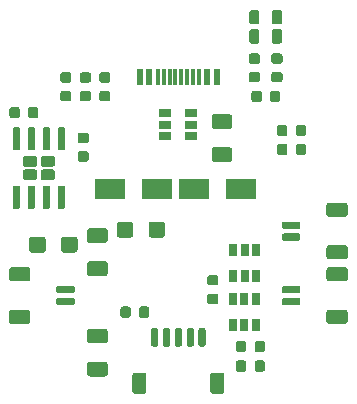
<source format=gbr>
G04 #@! TF.GenerationSoftware,KiCad,Pcbnew,(5.1.5)-3*
G04 #@! TF.CreationDate,2020-04-27T23:25:01+02:00*
G04 #@! TF.ProjectId,unified-usb-pcb_batt,756e6966-6965-4642-9d75-73622d706362,rev?*
G04 #@! TF.SameCoordinates,Original*
G04 #@! TF.FileFunction,Paste,Top*
G04 #@! TF.FilePolarity,Positive*
%FSLAX46Y46*%
G04 Gerber Fmt 4.6, Leading zero omitted, Abs format (unit mm)*
G04 Created by KiCad (PCBNEW (5.1.5)-3) date 2020-04-27 23:25:01*
%MOMM*%
%LPD*%
G04 APERTURE LIST*
%ADD10C,0.100000*%
%ADD11R,0.650000X1.060000*%
%ADD12R,0.600000X1.450000*%
%ADD13R,0.300000X1.450000*%
%ADD14R,1.060000X0.650000*%
%ADD15R,2.500000X1.800000*%
G04 APERTURE END LIST*
D10*
G36*
X18706091Y-28482053D02*
G01*
X18727326Y-28485203D01*
X18748150Y-28490419D01*
X18768362Y-28497651D01*
X18787768Y-28506830D01*
X18806181Y-28517866D01*
X18823424Y-28530654D01*
X18839330Y-28545070D01*
X18853746Y-28560976D01*
X18866534Y-28578219D01*
X18877570Y-28596632D01*
X18886749Y-28616038D01*
X18893981Y-28636250D01*
X18899197Y-28657074D01*
X18902347Y-28678309D01*
X18903400Y-28699750D01*
X18903400Y-29212250D01*
X18902347Y-29233691D01*
X18899197Y-29254926D01*
X18893981Y-29275750D01*
X18886749Y-29295962D01*
X18877570Y-29315368D01*
X18866534Y-29333781D01*
X18853746Y-29351024D01*
X18839330Y-29366930D01*
X18823424Y-29381346D01*
X18806181Y-29394134D01*
X18787768Y-29405170D01*
X18768362Y-29414349D01*
X18748150Y-29421581D01*
X18727326Y-29426797D01*
X18706091Y-29429947D01*
X18684650Y-29431000D01*
X18247150Y-29431000D01*
X18225709Y-29429947D01*
X18204474Y-29426797D01*
X18183650Y-29421581D01*
X18163438Y-29414349D01*
X18144032Y-29405170D01*
X18125619Y-29394134D01*
X18108376Y-29381346D01*
X18092470Y-29366930D01*
X18078054Y-29351024D01*
X18065266Y-29333781D01*
X18054230Y-29315368D01*
X18045051Y-29295962D01*
X18037819Y-29275750D01*
X18032603Y-29254926D01*
X18029453Y-29233691D01*
X18028400Y-29212250D01*
X18028400Y-28699750D01*
X18029453Y-28678309D01*
X18032603Y-28657074D01*
X18037819Y-28636250D01*
X18045051Y-28616038D01*
X18054230Y-28596632D01*
X18065266Y-28578219D01*
X18078054Y-28560976D01*
X18092470Y-28545070D01*
X18108376Y-28530654D01*
X18125619Y-28517866D01*
X18144032Y-28506830D01*
X18163438Y-28497651D01*
X18183650Y-28490419D01*
X18204474Y-28485203D01*
X18225709Y-28482053D01*
X18247150Y-28481000D01*
X18684650Y-28481000D01*
X18706091Y-28482053D01*
G37*
G36*
X17131091Y-28482053D02*
G01*
X17152326Y-28485203D01*
X17173150Y-28490419D01*
X17193362Y-28497651D01*
X17212768Y-28506830D01*
X17231181Y-28517866D01*
X17248424Y-28530654D01*
X17264330Y-28545070D01*
X17278746Y-28560976D01*
X17291534Y-28578219D01*
X17302570Y-28596632D01*
X17311749Y-28616038D01*
X17318981Y-28636250D01*
X17324197Y-28657074D01*
X17327347Y-28678309D01*
X17328400Y-28699750D01*
X17328400Y-29212250D01*
X17327347Y-29233691D01*
X17324197Y-29254926D01*
X17318981Y-29275750D01*
X17311749Y-29295962D01*
X17302570Y-29315368D01*
X17291534Y-29333781D01*
X17278746Y-29351024D01*
X17264330Y-29366930D01*
X17248424Y-29381346D01*
X17231181Y-29394134D01*
X17212768Y-29405170D01*
X17193362Y-29414349D01*
X17173150Y-29421581D01*
X17152326Y-29426797D01*
X17131091Y-29429947D01*
X17109650Y-29431000D01*
X16672150Y-29431000D01*
X16650709Y-29429947D01*
X16629474Y-29426797D01*
X16608650Y-29421581D01*
X16588438Y-29414349D01*
X16569032Y-29405170D01*
X16550619Y-29394134D01*
X16533376Y-29381346D01*
X16517470Y-29366930D01*
X16503054Y-29351024D01*
X16490266Y-29333781D01*
X16479230Y-29315368D01*
X16470051Y-29295962D01*
X16462819Y-29275750D01*
X16457603Y-29254926D01*
X16454453Y-29233691D01*
X16453400Y-29212250D01*
X16453400Y-28699750D01*
X16454453Y-28678309D01*
X16457603Y-28657074D01*
X16462819Y-28636250D01*
X16470051Y-28616038D01*
X16479230Y-28596632D01*
X16490266Y-28578219D01*
X16503054Y-28560976D01*
X16517470Y-28545070D01*
X16533376Y-28530654D01*
X16550619Y-28517866D01*
X16569032Y-28506830D01*
X16588438Y-28497651D01*
X16608650Y-28490419D01*
X16629474Y-28485203D01*
X16650709Y-28482053D01*
X16672150Y-28481000D01*
X17109650Y-28481000D01*
X17131091Y-28482053D01*
G37*
G36*
X21018103Y-35155722D02*
G01*
X21032664Y-35157882D01*
X21046943Y-35161459D01*
X21060803Y-35166418D01*
X21074110Y-35172712D01*
X21086736Y-35180280D01*
X21098559Y-35189048D01*
X21109466Y-35198934D01*
X21119352Y-35209841D01*
X21128120Y-35221664D01*
X21135688Y-35234290D01*
X21141982Y-35247597D01*
X21146941Y-35261457D01*
X21150518Y-35275736D01*
X21152678Y-35290297D01*
X21153400Y-35305000D01*
X21153400Y-36955000D01*
X21152678Y-36969703D01*
X21150518Y-36984264D01*
X21146941Y-36998543D01*
X21141982Y-37012403D01*
X21135688Y-37025710D01*
X21128120Y-37038336D01*
X21119352Y-37050159D01*
X21109466Y-37061066D01*
X21098559Y-37070952D01*
X21086736Y-37079720D01*
X21074110Y-37087288D01*
X21060803Y-37093582D01*
X21046943Y-37098541D01*
X21032664Y-37102118D01*
X21018103Y-37104278D01*
X21003400Y-37105000D01*
X20703400Y-37105000D01*
X20688697Y-37104278D01*
X20674136Y-37102118D01*
X20659857Y-37098541D01*
X20645997Y-37093582D01*
X20632690Y-37087288D01*
X20620064Y-37079720D01*
X20608241Y-37070952D01*
X20597334Y-37061066D01*
X20587448Y-37050159D01*
X20578680Y-37038336D01*
X20571112Y-37025710D01*
X20564818Y-37012403D01*
X20559859Y-36998543D01*
X20556282Y-36984264D01*
X20554122Y-36969703D01*
X20553400Y-36955000D01*
X20553400Y-35305000D01*
X20554122Y-35290297D01*
X20556282Y-35275736D01*
X20559859Y-35261457D01*
X20564818Y-35247597D01*
X20571112Y-35234290D01*
X20578680Y-35221664D01*
X20587448Y-35209841D01*
X20597334Y-35198934D01*
X20608241Y-35189048D01*
X20620064Y-35180280D01*
X20632690Y-35172712D01*
X20645997Y-35166418D01*
X20659857Y-35161459D01*
X20674136Y-35157882D01*
X20688697Y-35155722D01*
X20703400Y-35155000D01*
X21003400Y-35155000D01*
X21018103Y-35155722D01*
G37*
G36*
X19748103Y-35155722D02*
G01*
X19762664Y-35157882D01*
X19776943Y-35161459D01*
X19790803Y-35166418D01*
X19804110Y-35172712D01*
X19816736Y-35180280D01*
X19828559Y-35189048D01*
X19839466Y-35198934D01*
X19849352Y-35209841D01*
X19858120Y-35221664D01*
X19865688Y-35234290D01*
X19871982Y-35247597D01*
X19876941Y-35261457D01*
X19880518Y-35275736D01*
X19882678Y-35290297D01*
X19883400Y-35305000D01*
X19883400Y-36955000D01*
X19882678Y-36969703D01*
X19880518Y-36984264D01*
X19876941Y-36998543D01*
X19871982Y-37012403D01*
X19865688Y-37025710D01*
X19858120Y-37038336D01*
X19849352Y-37050159D01*
X19839466Y-37061066D01*
X19828559Y-37070952D01*
X19816736Y-37079720D01*
X19804110Y-37087288D01*
X19790803Y-37093582D01*
X19776943Y-37098541D01*
X19762664Y-37102118D01*
X19748103Y-37104278D01*
X19733400Y-37105000D01*
X19433400Y-37105000D01*
X19418697Y-37104278D01*
X19404136Y-37102118D01*
X19389857Y-37098541D01*
X19375997Y-37093582D01*
X19362690Y-37087288D01*
X19350064Y-37079720D01*
X19338241Y-37070952D01*
X19327334Y-37061066D01*
X19317448Y-37050159D01*
X19308680Y-37038336D01*
X19301112Y-37025710D01*
X19294818Y-37012403D01*
X19289859Y-36998543D01*
X19286282Y-36984264D01*
X19284122Y-36969703D01*
X19283400Y-36955000D01*
X19283400Y-35305000D01*
X19284122Y-35290297D01*
X19286282Y-35275736D01*
X19289859Y-35261457D01*
X19294818Y-35247597D01*
X19301112Y-35234290D01*
X19308680Y-35221664D01*
X19317448Y-35209841D01*
X19327334Y-35198934D01*
X19338241Y-35189048D01*
X19350064Y-35180280D01*
X19362690Y-35172712D01*
X19375997Y-35166418D01*
X19389857Y-35161459D01*
X19404136Y-35157882D01*
X19418697Y-35155722D01*
X19433400Y-35155000D01*
X19733400Y-35155000D01*
X19748103Y-35155722D01*
G37*
G36*
X18478103Y-35155722D02*
G01*
X18492664Y-35157882D01*
X18506943Y-35161459D01*
X18520803Y-35166418D01*
X18534110Y-35172712D01*
X18546736Y-35180280D01*
X18558559Y-35189048D01*
X18569466Y-35198934D01*
X18579352Y-35209841D01*
X18588120Y-35221664D01*
X18595688Y-35234290D01*
X18601982Y-35247597D01*
X18606941Y-35261457D01*
X18610518Y-35275736D01*
X18612678Y-35290297D01*
X18613400Y-35305000D01*
X18613400Y-36955000D01*
X18612678Y-36969703D01*
X18610518Y-36984264D01*
X18606941Y-36998543D01*
X18601982Y-37012403D01*
X18595688Y-37025710D01*
X18588120Y-37038336D01*
X18579352Y-37050159D01*
X18569466Y-37061066D01*
X18558559Y-37070952D01*
X18546736Y-37079720D01*
X18534110Y-37087288D01*
X18520803Y-37093582D01*
X18506943Y-37098541D01*
X18492664Y-37102118D01*
X18478103Y-37104278D01*
X18463400Y-37105000D01*
X18163400Y-37105000D01*
X18148697Y-37104278D01*
X18134136Y-37102118D01*
X18119857Y-37098541D01*
X18105997Y-37093582D01*
X18092690Y-37087288D01*
X18080064Y-37079720D01*
X18068241Y-37070952D01*
X18057334Y-37061066D01*
X18047448Y-37050159D01*
X18038680Y-37038336D01*
X18031112Y-37025710D01*
X18024818Y-37012403D01*
X18019859Y-36998543D01*
X18016282Y-36984264D01*
X18014122Y-36969703D01*
X18013400Y-36955000D01*
X18013400Y-35305000D01*
X18014122Y-35290297D01*
X18016282Y-35275736D01*
X18019859Y-35261457D01*
X18024818Y-35247597D01*
X18031112Y-35234290D01*
X18038680Y-35221664D01*
X18047448Y-35209841D01*
X18057334Y-35198934D01*
X18068241Y-35189048D01*
X18080064Y-35180280D01*
X18092690Y-35172712D01*
X18105997Y-35166418D01*
X18119857Y-35161459D01*
X18134136Y-35157882D01*
X18148697Y-35155722D01*
X18163400Y-35155000D01*
X18463400Y-35155000D01*
X18478103Y-35155722D01*
G37*
G36*
X17208103Y-35155722D02*
G01*
X17222664Y-35157882D01*
X17236943Y-35161459D01*
X17250803Y-35166418D01*
X17264110Y-35172712D01*
X17276736Y-35180280D01*
X17288559Y-35189048D01*
X17299466Y-35198934D01*
X17309352Y-35209841D01*
X17318120Y-35221664D01*
X17325688Y-35234290D01*
X17331982Y-35247597D01*
X17336941Y-35261457D01*
X17340518Y-35275736D01*
X17342678Y-35290297D01*
X17343400Y-35305000D01*
X17343400Y-36955000D01*
X17342678Y-36969703D01*
X17340518Y-36984264D01*
X17336941Y-36998543D01*
X17331982Y-37012403D01*
X17325688Y-37025710D01*
X17318120Y-37038336D01*
X17309352Y-37050159D01*
X17299466Y-37061066D01*
X17288559Y-37070952D01*
X17276736Y-37079720D01*
X17264110Y-37087288D01*
X17250803Y-37093582D01*
X17236943Y-37098541D01*
X17222664Y-37102118D01*
X17208103Y-37104278D01*
X17193400Y-37105000D01*
X16893400Y-37105000D01*
X16878697Y-37104278D01*
X16864136Y-37102118D01*
X16849857Y-37098541D01*
X16835997Y-37093582D01*
X16822690Y-37087288D01*
X16810064Y-37079720D01*
X16798241Y-37070952D01*
X16787334Y-37061066D01*
X16777448Y-37050159D01*
X16768680Y-37038336D01*
X16761112Y-37025710D01*
X16754818Y-37012403D01*
X16749859Y-36998543D01*
X16746282Y-36984264D01*
X16744122Y-36969703D01*
X16743400Y-36955000D01*
X16743400Y-35305000D01*
X16744122Y-35290297D01*
X16746282Y-35275736D01*
X16749859Y-35261457D01*
X16754818Y-35247597D01*
X16761112Y-35234290D01*
X16768680Y-35221664D01*
X16777448Y-35209841D01*
X16787334Y-35198934D01*
X16798241Y-35189048D01*
X16810064Y-35180280D01*
X16822690Y-35172712D01*
X16835997Y-35166418D01*
X16849857Y-35161459D01*
X16864136Y-35157882D01*
X16878697Y-35155722D01*
X16893400Y-35155000D01*
X17193400Y-35155000D01*
X17208103Y-35155722D01*
G37*
G36*
X17208103Y-30205722D02*
G01*
X17222664Y-30207882D01*
X17236943Y-30211459D01*
X17250803Y-30216418D01*
X17264110Y-30222712D01*
X17276736Y-30230280D01*
X17288559Y-30239048D01*
X17299466Y-30248934D01*
X17309352Y-30259841D01*
X17318120Y-30271664D01*
X17325688Y-30284290D01*
X17331982Y-30297597D01*
X17336941Y-30311457D01*
X17340518Y-30325736D01*
X17342678Y-30340297D01*
X17343400Y-30355000D01*
X17343400Y-32005000D01*
X17342678Y-32019703D01*
X17340518Y-32034264D01*
X17336941Y-32048543D01*
X17331982Y-32062403D01*
X17325688Y-32075710D01*
X17318120Y-32088336D01*
X17309352Y-32100159D01*
X17299466Y-32111066D01*
X17288559Y-32120952D01*
X17276736Y-32129720D01*
X17264110Y-32137288D01*
X17250803Y-32143582D01*
X17236943Y-32148541D01*
X17222664Y-32152118D01*
X17208103Y-32154278D01*
X17193400Y-32155000D01*
X16893400Y-32155000D01*
X16878697Y-32154278D01*
X16864136Y-32152118D01*
X16849857Y-32148541D01*
X16835997Y-32143582D01*
X16822690Y-32137288D01*
X16810064Y-32129720D01*
X16798241Y-32120952D01*
X16787334Y-32111066D01*
X16777448Y-32100159D01*
X16768680Y-32088336D01*
X16761112Y-32075710D01*
X16754818Y-32062403D01*
X16749859Y-32048543D01*
X16746282Y-32034264D01*
X16744122Y-32019703D01*
X16743400Y-32005000D01*
X16743400Y-30355000D01*
X16744122Y-30340297D01*
X16746282Y-30325736D01*
X16749859Y-30311457D01*
X16754818Y-30297597D01*
X16761112Y-30284290D01*
X16768680Y-30271664D01*
X16777448Y-30259841D01*
X16787334Y-30248934D01*
X16798241Y-30239048D01*
X16810064Y-30230280D01*
X16822690Y-30222712D01*
X16835997Y-30216418D01*
X16849857Y-30211459D01*
X16864136Y-30207882D01*
X16878697Y-30205722D01*
X16893400Y-30205000D01*
X17193400Y-30205000D01*
X17208103Y-30205722D01*
G37*
G36*
X18478103Y-30205722D02*
G01*
X18492664Y-30207882D01*
X18506943Y-30211459D01*
X18520803Y-30216418D01*
X18534110Y-30222712D01*
X18546736Y-30230280D01*
X18558559Y-30239048D01*
X18569466Y-30248934D01*
X18579352Y-30259841D01*
X18588120Y-30271664D01*
X18595688Y-30284290D01*
X18601982Y-30297597D01*
X18606941Y-30311457D01*
X18610518Y-30325736D01*
X18612678Y-30340297D01*
X18613400Y-30355000D01*
X18613400Y-32005000D01*
X18612678Y-32019703D01*
X18610518Y-32034264D01*
X18606941Y-32048543D01*
X18601982Y-32062403D01*
X18595688Y-32075710D01*
X18588120Y-32088336D01*
X18579352Y-32100159D01*
X18569466Y-32111066D01*
X18558559Y-32120952D01*
X18546736Y-32129720D01*
X18534110Y-32137288D01*
X18520803Y-32143582D01*
X18506943Y-32148541D01*
X18492664Y-32152118D01*
X18478103Y-32154278D01*
X18463400Y-32155000D01*
X18163400Y-32155000D01*
X18148697Y-32154278D01*
X18134136Y-32152118D01*
X18119857Y-32148541D01*
X18105997Y-32143582D01*
X18092690Y-32137288D01*
X18080064Y-32129720D01*
X18068241Y-32120952D01*
X18057334Y-32111066D01*
X18047448Y-32100159D01*
X18038680Y-32088336D01*
X18031112Y-32075710D01*
X18024818Y-32062403D01*
X18019859Y-32048543D01*
X18016282Y-32034264D01*
X18014122Y-32019703D01*
X18013400Y-32005000D01*
X18013400Y-30355000D01*
X18014122Y-30340297D01*
X18016282Y-30325736D01*
X18019859Y-30311457D01*
X18024818Y-30297597D01*
X18031112Y-30284290D01*
X18038680Y-30271664D01*
X18047448Y-30259841D01*
X18057334Y-30248934D01*
X18068241Y-30239048D01*
X18080064Y-30230280D01*
X18092690Y-30222712D01*
X18105997Y-30216418D01*
X18119857Y-30211459D01*
X18134136Y-30207882D01*
X18148697Y-30205722D01*
X18163400Y-30205000D01*
X18463400Y-30205000D01*
X18478103Y-30205722D01*
G37*
G36*
X19748103Y-30205722D02*
G01*
X19762664Y-30207882D01*
X19776943Y-30211459D01*
X19790803Y-30216418D01*
X19804110Y-30222712D01*
X19816736Y-30230280D01*
X19828559Y-30239048D01*
X19839466Y-30248934D01*
X19849352Y-30259841D01*
X19858120Y-30271664D01*
X19865688Y-30284290D01*
X19871982Y-30297597D01*
X19876941Y-30311457D01*
X19880518Y-30325736D01*
X19882678Y-30340297D01*
X19883400Y-30355000D01*
X19883400Y-32005000D01*
X19882678Y-32019703D01*
X19880518Y-32034264D01*
X19876941Y-32048543D01*
X19871982Y-32062403D01*
X19865688Y-32075710D01*
X19858120Y-32088336D01*
X19849352Y-32100159D01*
X19839466Y-32111066D01*
X19828559Y-32120952D01*
X19816736Y-32129720D01*
X19804110Y-32137288D01*
X19790803Y-32143582D01*
X19776943Y-32148541D01*
X19762664Y-32152118D01*
X19748103Y-32154278D01*
X19733400Y-32155000D01*
X19433400Y-32155000D01*
X19418697Y-32154278D01*
X19404136Y-32152118D01*
X19389857Y-32148541D01*
X19375997Y-32143582D01*
X19362690Y-32137288D01*
X19350064Y-32129720D01*
X19338241Y-32120952D01*
X19327334Y-32111066D01*
X19317448Y-32100159D01*
X19308680Y-32088336D01*
X19301112Y-32075710D01*
X19294818Y-32062403D01*
X19289859Y-32048543D01*
X19286282Y-32034264D01*
X19284122Y-32019703D01*
X19283400Y-32005000D01*
X19283400Y-30355000D01*
X19284122Y-30340297D01*
X19286282Y-30325736D01*
X19289859Y-30311457D01*
X19294818Y-30297597D01*
X19301112Y-30284290D01*
X19308680Y-30271664D01*
X19317448Y-30259841D01*
X19327334Y-30248934D01*
X19338241Y-30239048D01*
X19350064Y-30230280D01*
X19362690Y-30222712D01*
X19375997Y-30216418D01*
X19389857Y-30211459D01*
X19404136Y-30207882D01*
X19418697Y-30205722D01*
X19433400Y-30205000D01*
X19733400Y-30205000D01*
X19748103Y-30205722D01*
G37*
G36*
X21018103Y-30205722D02*
G01*
X21032664Y-30207882D01*
X21046943Y-30211459D01*
X21060803Y-30216418D01*
X21074110Y-30222712D01*
X21086736Y-30230280D01*
X21098559Y-30239048D01*
X21109466Y-30248934D01*
X21119352Y-30259841D01*
X21128120Y-30271664D01*
X21135688Y-30284290D01*
X21141982Y-30297597D01*
X21146941Y-30311457D01*
X21150518Y-30325736D01*
X21152678Y-30340297D01*
X21153400Y-30355000D01*
X21153400Y-32005000D01*
X21152678Y-32019703D01*
X21150518Y-32034264D01*
X21146941Y-32048543D01*
X21141982Y-32062403D01*
X21135688Y-32075710D01*
X21128120Y-32088336D01*
X21119352Y-32100159D01*
X21109466Y-32111066D01*
X21098559Y-32120952D01*
X21086736Y-32129720D01*
X21074110Y-32137288D01*
X21060803Y-32143582D01*
X21046943Y-32148541D01*
X21032664Y-32152118D01*
X21018103Y-32154278D01*
X21003400Y-32155000D01*
X20703400Y-32155000D01*
X20688697Y-32154278D01*
X20674136Y-32152118D01*
X20659857Y-32148541D01*
X20645997Y-32143582D01*
X20632690Y-32137288D01*
X20620064Y-32129720D01*
X20608241Y-32120952D01*
X20597334Y-32111066D01*
X20587448Y-32100159D01*
X20578680Y-32088336D01*
X20571112Y-32075710D01*
X20564818Y-32062403D01*
X20559859Y-32048543D01*
X20556282Y-32034264D01*
X20554122Y-32019703D01*
X20553400Y-32005000D01*
X20553400Y-30355000D01*
X20554122Y-30340297D01*
X20556282Y-30325736D01*
X20559859Y-30311457D01*
X20564818Y-30297597D01*
X20571112Y-30284290D01*
X20578680Y-30271664D01*
X20587448Y-30259841D01*
X20597334Y-30248934D01*
X20608241Y-30239048D01*
X20620064Y-30230280D01*
X20632690Y-30222712D01*
X20645997Y-30216418D01*
X20659857Y-30211459D01*
X20674136Y-30207882D01*
X20688697Y-30205722D01*
X20703400Y-30205000D01*
X21003400Y-30205000D01*
X21018103Y-30205722D01*
G37*
G36*
X18595944Y-33766108D02*
G01*
X18618271Y-33769419D01*
X18640165Y-33774904D01*
X18661417Y-33782508D01*
X18681821Y-33792158D01*
X18701181Y-33803762D01*
X18719310Y-33817208D01*
X18736035Y-33832365D01*
X18751192Y-33849090D01*
X18764638Y-33867219D01*
X18776242Y-33886579D01*
X18785892Y-33906983D01*
X18793496Y-33928235D01*
X18798981Y-33950129D01*
X18802292Y-33972456D01*
X18803400Y-33995000D01*
X18803400Y-34455000D01*
X18802292Y-34477544D01*
X18798981Y-34499871D01*
X18793496Y-34521765D01*
X18785892Y-34543017D01*
X18776242Y-34563421D01*
X18764638Y-34582781D01*
X18751192Y-34600910D01*
X18736035Y-34617635D01*
X18719310Y-34632792D01*
X18701181Y-34646238D01*
X18681821Y-34657842D01*
X18661417Y-34667492D01*
X18640165Y-34675096D01*
X18618271Y-34680581D01*
X18595944Y-34683892D01*
X18573400Y-34685000D01*
X17823400Y-34685000D01*
X17800856Y-34683892D01*
X17778529Y-34680581D01*
X17756635Y-34675096D01*
X17735383Y-34667492D01*
X17714979Y-34657842D01*
X17695619Y-34646238D01*
X17677490Y-34632792D01*
X17660765Y-34617635D01*
X17645608Y-34600910D01*
X17632162Y-34582781D01*
X17620558Y-34563421D01*
X17610908Y-34543017D01*
X17603304Y-34521765D01*
X17597819Y-34499871D01*
X17594508Y-34477544D01*
X17593400Y-34455000D01*
X17593400Y-33995000D01*
X17594508Y-33972456D01*
X17597819Y-33950129D01*
X17603304Y-33928235D01*
X17610908Y-33906983D01*
X17620558Y-33886579D01*
X17632162Y-33867219D01*
X17645608Y-33849090D01*
X17660765Y-33832365D01*
X17677490Y-33817208D01*
X17695619Y-33803762D01*
X17714979Y-33792158D01*
X17735383Y-33782508D01*
X17756635Y-33774904D01*
X17778529Y-33769419D01*
X17800856Y-33766108D01*
X17823400Y-33765000D01*
X18573400Y-33765000D01*
X18595944Y-33766108D01*
G37*
G36*
X20095944Y-33766108D02*
G01*
X20118271Y-33769419D01*
X20140165Y-33774904D01*
X20161417Y-33782508D01*
X20181821Y-33792158D01*
X20201181Y-33803762D01*
X20219310Y-33817208D01*
X20236035Y-33832365D01*
X20251192Y-33849090D01*
X20264638Y-33867219D01*
X20276242Y-33886579D01*
X20285892Y-33906983D01*
X20293496Y-33928235D01*
X20298981Y-33950129D01*
X20302292Y-33972456D01*
X20303400Y-33995000D01*
X20303400Y-34455000D01*
X20302292Y-34477544D01*
X20298981Y-34499871D01*
X20293496Y-34521765D01*
X20285892Y-34543017D01*
X20276242Y-34563421D01*
X20264638Y-34582781D01*
X20251192Y-34600910D01*
X20236035Y-34617635D01*
X20219310Y-34632792D01*
X20201181Y-34646238D01*
X20181821Y-34657842D01*
X20161417Y-34667492D01*
X20140165Y-34675096D01*
X20118271Y-34680581D01*
X20095944Y-34683892D01*
X20073400Y-34685000D01*
X19323400Y-34685000D01*
X19300856Y-34683892D01*
X19278529Y-34680581D01*
X19256635Y-34675096D01*
X19235383Y-34667492D01*
X19214979Y-34657842D01*
X19195619Y-34646238D01*
X19177490Y-34632792D01*
X19160765Y-34617635D01*
X19145608Y-34600910D01*
X19132162Y-34582781D01*
X19120558Y-34563421D01*
X19110908Y-34543017D01*
X19103304Y-34521765D01*
X19097819Y-34499871D01*
X19094508Y-34477544D01*
X19093400Y-34455000D01*
X19093400Y-33995000D01*
X19094508Y-33972456D01*
X19097819Y-33950129D01*
X19103304Y-33928235D01*
X19110908Y-33906983D01*
X19120558Y-33886579D01*
X19132162Y-33867219D01*
X19145608Y-33849090D01*
X19160765Y-33832365D01*
X19177490Y-33817208D01*
X19195619Y-33803762D01*
X19214979Y-33792158D01*
X19235383Y-33782508D01*
X19256635Y-33774904D01*
X19278529Y-33769419D01*
X19300856Y-33766108D01*
X19323400Y-33765000D01*
X20073400Y-33765000D01*
X20095944Y-33766108D01*
G37*
G36*
X18595944Y-32626108D02*
G01*
X18618271Y-32629419D01*
X18640165Y-32634904D01*
X18661417Y-32642508D01*
X18681821Y-32652158D01*
X18701181Y-32663762D01*
X18719310Y-32677208D01*
X18736035Y-32692365D01*
X18751192Y-32709090D01*
X18764638Y-32727219D01*
X18776242Y-32746579D01*
X18785892Y-32766983D01*
X18793496Y-32788235D01*
X18798981Y-32810129D01*
X18802292Y-32832456D01*
X18803400Y-32855000D01*
X18803400Y-33315000D01*
X18802292Y-33337544D01*
X18798981Y-33359871D01*
X18793496Y-33381765D01*
X18785892Y-33403017D01*
X18776242Y-33423421D01*
X18764638Y-33442781D01*
X18751192Y-33460910D01*
X18736035Y-33477635D01*
X18719310Y-33492792D01*
X18701181Y-33506238D01*
X18681821Y-33517842D01*
X18661417Y-33527492D01*
X18640165Y-33535096D01*
X18618271Y-33540581D01*
X18595944Y-33543892D01*
X18573400Y-33545000D01*
X17823400Y-33545000D01*
X17800856Y-33543892D01*
X17778529Y-33540581D01*
X17756635Y-33535096D01*
X17735383Y-33527492D01*
X17714979Y-33517842D01*
X17695619Y-33506238D01*
X17677490Y-33492792D01*
X17660765Y-33477635D01*
X17645608Y-33460910D01*
X17632162Y-33442781D01*
X17620558Y-33423421D01*
X17610908Y-33403017D01*
X17603304Y-33381765D01*
X17597819Y-33359871D01*
X17594508Y-33337544D01*
X17593400Y-33315000D01*
X17593400Y-32855000D01*
X17594508Y-32832456D01*
X17597819Y-32810129D01*
X17603304Y-32788235D01*
X17610908Y-32766983D01*
X17620558Y-32746579D01*
X17632162Y-32727219D01*
X17645608Y-32709090D01*
X17660765Y-32692365D01*
X17677490Y-32677208D01*
X17695619Y-32663762D01*
X17714979Y-32652158D01*
X17735383Y-32642508D01*
X17756635Y-32634904D01*
X17778529Y-32629419D01*
X17800856Y-32626108D01*
X17823400Y-32625000D01*
X18573400Y-32625000D01*
X18595944Y-32626108D01*
G37*
G36*
X20095944Y-32626108D02*
G01*
X20118271Y-32629419D01*
X20140165Y-32634904D01*
X20161417Y-32642508D01*
X20181821Y-32652158D01*
X20201181Y-32663762D01*
X20219310Y-32677208D01*
X20236035Y-32692365D01*
X20251192Y-32709090D01*
X20264638Y-32727219D01*
X20276242Y-32746579D01*
X20285892Y-32766983D01*
X20293496Y-32788235D01*
X20298981Y-32810129D01*
X20302292Y-32832456D01*
X20303400Y-32855000D01*
X20303400Y-33315000D01*
X20302292Y-33337544D01*
X20298981Y-33359871D01*
X20293496Y-33381765D01*
X20285892Y-33403017D01*
X20276242Y-33423421D01*
X20264638Y-33442781D01*
X20251192Y-33460910D01*
X20236035Y-33477635D01*
X20219310Y-33492792D01*
X20201181Y-33506238D01*
X20181821Y-33517842D01*
X20161417Y-33527492D01*
X20140165Y-33535096D01*
X20118271Y-33540581D01*
X20095944Y-33543892D01*
X20073400Y-33545000D01*
X19323400Y-33545000D01*
X19300856Y-33543892D01*
X19278529Y-33540581D01*
X19256635Y-33535096D01*
X19235383Y-33527492D01*
X19214979Y-33517842D01*
X19195619Y-33506238D01*
X19177490Y-33492792D01*
X19160765Y-33477635D01*
X19145608Y-33460910D01*
X19132162Y-33442781D01*
X19120558Y-33423421D01*
X19110908Y-33403017D01*
X19103304Y-33381765D01*
X19097819Y-33359871D01*
X19094508Y-33337544D01*
X19093400Y-33315000D01*
X19093400Y-32855000D01*
X19094508Y-32832456D01*
X19097819Y-32810129D01*
X19103304Y-32788235D01*
X19110908Y-32766983D01*
X19120558Y-32746579D01*
X19132162Y-32727219D01*
X19145608Y-32709090D01*
X19160765Y-32692365D01*
X19177490Y-32677208D01*
X19195619Y-32663762D01*
X19214979Y-32652158D01*
X19235383Y-32642508D01*
X19256635Y-32634904D01*
X19278529Y-32629419D01*
X19300856Y-32626108D01*
X19323400Y-32625000D01*
X20073400Y-32625000D01*
X20095944Y-32626108D01*
G37*
G36*
X22972591Y-30653053D02*
G01*
X22993826Y-30656203D01*
X23014650Y-30661419D01*
X23034862Y-30668651D01*
X23054268Y-30677830D01*
X23072681Y-30688866D01*
X23089924Y-30701654D01*
X23105830Y-30716070D01*
X23120246Y-30731976D01*
X23133034Y-30749219D01*
X23144070Y-30767632D01*
X23153249Y-30787038D01*
X23160481Y-30807250D01*
X23165697Y-30828074D01*
X23168847Y-30849309D01*
X23169900Y-30870750D01*
X23169900Y-31308250D01*
X23168847Y-31329691D01*
X23165697Y-31350926D01*
X23160481Y-31371750D01*
X23153249Y-31391962D01*
X23144070Y-31411368D01*
X23133034Y-31429781D01*
X23120246Y-31447024D01*
X23105830Y-31462930D01*
X23089924Y-31477346D01*
X23072681Y-31490134D01*
X23054268Y-31501170D01*
X23034862Y-31510349D01*
X23014650Y-31517581D01*
X22993826Y-31522797D01*
X22972591Y-31525947D01*
X22951150Y-31527000D01*
X22438650Y-31527000D01*
X22417209Y-31525947D01*
X22395974Y-31522797D01*
X22375150Y-31517581D01*
X22354938Y-31510349D01*
X22335532Y-31501170D01*
X22317119Y-31490134D01*
X22299876Y-31477346D01*
X22283970Y-31462930D01*
X22269554Y-31447024D01*
X22256766Y-31429781D01*
X22245730Y-31411368D01*
X22236551Y-31391962D01*
X22229319Y-31371750D01*
X22224103Y-31350926D01*
X22220953Y-31329691D01*
X22219900Y-31308250D01*
X22219900Y-30870750D01*
X22220953Y-30849309D01*
X22224103Y-30828074D01*
X22229319Y-30807250D01*
X22236551Y-30787038D01*
X22245730Y-30767632D01*
X22256766Y-30749219D01*
X22269554Y-30731976D01*
X22283970Y-30716070D01*
X22299876Y-30701654D01*
X22317119Y-30688866D01*
X22335532Y-30677830D01*
X22354938Y-30668651D01*
X22375150Y-30661419D01*
X22395974Y-30656203D01*
X22417209Y-30653053D01*
X22438650Y-30652000D01*
X22951150Y-30652000D01*
X22972591Y-30653053D01*
G37*
G36*
X22972591Y-32228053D02*
G01*
X22993826Y-32231203D01*
X23014650Y-32236419D01*
X23034862Y-32243651D01*
X23054268Y-32252830D01*
X23072681Y-32263866D01*
X23089924Y-32276654D01*
X23105830Y-32291070D01*
X23120246Y-32306976D01*
X23133034Y-32324219D01*
X23144070Y-32342632D01*
X23153249Y-32362038D01*
X23160481Y-32382250D01*
X23165697Y-32403074D01*
X23168847Y-32424309D01*
X23169900Y-32445750D01*
X23169900Y-32883250D01*
X23168847Y-32904691D01*
X23165697Y-32925926D01*
X23160481Y-32946750D01*
X23153249Y-32966962D01*
X23144070Y-32986368D01*
X23133034Y-33004781D01*
X23120246Y-33022024D01*
X23105830Y-33037930D01*
X23089924Y-33052346D01*
X23072681Y-33065134D01*
X23054268Y-33076170D01*
X23034862Y-33085349D01*
X23014650Y-33092581D01*
X22993826Y-33097797D01*
X22972591Y-33100947D01*
X22951150Y-33102000D01*
X22438650Y-33102000D01*
X22417209Y-33100947D01*
X22395974Y-33097797D01*
X22375150Y-33092581D01*
X22354938Y-33085349D01*
X22335532Y-33076170D01*
X22317119Y-33065134D01*
X22299876Y-33052346D01*
X22283970Y-33037930D01*
X22269554Y-33022024D01*
X22256766Y-33004781D01*
X22245730Y-32986368D01*
X22236551Y-32966962D01*
X22229319Y-32946750D01*
X22224103Y-32925926D01*
X22220953Y-32904691D01*
X22219900Y-32883250D01*
X22219900Y-32445750D01*
X22220953Y-32424309D01*
X22224103Y-32403074D01*
X22229319Y-32382250D01*
X22236551Y-32362038D01*
X22245730Y-32342632D01*
X22256766Y-32324219D01*
X22269554Y-32306976D01*
X22283970Y-32291070D01*
X22299876Y-32276654D01*
X22317119Y-32263866D01*
X22335532Y-32252830D01*
X22354938Y-32243651D01*
X22375150Y-32236419D01*
X22395974Y-32231203D01*
X22417209Y-32228053D01*
X22438650Y-32227000D01*
X22951150Y-32227000D01*
X22972591Y-32228053D01*
G37*
G36*
X21995905Y-39458204D02*
G01*
X22020173Y-39461804D01*
X22043972Y-39467765D01*
X22067071Y-39476030D01*
X22089250Y-39486520D01*
X22110293Y-39499132D01*
X22129999Y-39513747D01*
X22148177Y-39530223D01*
X22164653Y-39548401D01*
X22179268Y-39568107D01*
X22191880Y-39589150D01*
X22202370Y-39611329D01*
X22210635Y-39634428D01*
X22216596Y-39658227D01*
X22220196Y-39682495D01*
X22221400Y-39706999D01*
X22221400Y-40557001D01*
X22220196Y-40581505D01*
X22216596Y-40605773D01*
X22210635Y-40629572D01*
X22202370Y-40652671D01*
X22191880Y-40674850D01*
X22179268Y-40695893D01*
X22164653Y-40715599D01*
X22148177Y-40733777D01*
X22129999Y-40750253D01*
X22110293Y-40764868D01*
X22089250Y-40777480D01*
X22067071Y-40787970D01*
X22043972Y-40796235D01*
X22020173Y-40802196D01*
X21995905Y-40805796D01*
X21971401Y-40807000D01*
X21071399Y-40807000D01*
X21046895Y-40805796D01*
X21022627Y-40802196D01*
X20998828Y-40796235D01*
X20975729Y-40787970D01*
X20953550Y-40777480D01*
X20932507Y-40764868D01*
X20912801Y-40750253D01*
X20894623Y-40733777D01*
X20878147Y-40715599D01*
X20863532Y-40695893D01*
X20850920Y-40674850D01*
X20840430Y-40652671D01*
X20832165Y-40629572D01*
X20826204Y-40605773D01*
X20822604Y-40581505D01*
X20821400Y-40557001D01*
X20821400Y-39706999D01*
X20822604Y-39682495D01*
X20826204Y-39658227D01*
X20832165Y-39634428D01*
X20840430Y-39611329D01*
X20850920Y-39589150D01*
X20863532Y-39568107D01*
X20878147Y-39548401D01*
X20894623Y-39530223D01*
X20912801Y-39513747D01*
X20932507Y-39499132D01*
X20953550Y-39486520D01*
X20975729Y-39476030D01*
X20998828Y-39467765D01*
X21022627Y-39461804D01*
X21046895Y-39458204D01*
X21071399Y-39457000D01*
X21971401Y-39457000D01*
X21995905Y-39458204D01*
G37*
G36*
X19295905Y-39458204D02*
G01*
X19320173Y-39461804D01*
X19343972Y-39467765D01*
X19367071Y-39476030D01*
X19389250Y-39486520D01*
X19410293Y-39499132D01*
X19429999Y-39513747D01*
X19448177Y-39530223D01*
X19464653Y-39548401D01*
X19479268Y-39568107D01*
X19491880Y-39589150D01*
X19502370Y-39611329D01*
X19510635Y-39634428D01*
X19516596Y-39658227D01*
X19520196Y-39682495D01*
X19521400Y-39706999D01*
X19521400Y-40557001D01*
X19520196Y-40581505D01*
X19516596Y-40605773D01*
X19510635Y-40629572D01*
X19502370Y-40652671D01*
X19491880Y-40674850D01*
X19479268Y-40695893D01*
X19464653Y-40715599D01*
X19448177Y-40733777D01*
X19429999Y-40750253D01*
X19410293Y-40764868D01*
X19389250Y-40777480D01*
X19367071Y-40787970D01*
X19343972Y-40796235D01*
X19320173Y-40802196D01*
X19295905Y-40805796D01*
X19271401Y-40807000D01*
X18371399Y-40807000D01*
X18346895Y-40805796D01*
X18322627Y-40802196D01*
X18298828Y-40796235D01*
X18275729Y-40787970D01*
X18253550Y-40777480D01*
X18232507Y-40764868D01*
X18212801Y-40750253D01*
X18194623Y-40733777D01*
X18178147Y-40715599D01*
X18163532Y-40695893D01*
X18150920Y-40674850D01*
X18140430Y-40652671D01*
X18132165Y-40629572D01*
X18126204Y-40605773D01*
X18122604Y-40581505D01*
X18121400Y-40557001D01*
X18121400Y-39706999D01*
X18122604Y-39682495D01*
X18126204Y-39658227D01*
X18132165Y-39634428D01*
X18140430Y-39611329D01*
X18150920Y-39589150D01*
X18163532Y-39568107D01*
X18178147Y-39548401D01*
X18194623Y-39530223D01*
X18212801Y-39513747D01*
X18232507Y-39499132D01*
X18253550Y-39486520D01*
X18275729Y-39476030D01*
X18298828Y-39467765D01*
X18322627Y-39461804D01*
X18346895Y-39458204D01*
X18371399Y-39457000D01*
X19271401Y-39457000D01*
X19295905Y-39458204D01*
G37*
G36*
X39800591Y-31593553D02*
G01*
X39821826Y-31596703D01*
X39842650Y-31601919D01*
X39862862Y-31609151D01*
X39882268Y-31618330D01*
X39900681Y-31629366D01*
X39917924Y-31642154D01*
X39933830Y-31656570D01*
X39948246Y-31672476D01*
X39961034Y-31689719D01*
X39972070Y-31708132D01*
X39981249Y-31727538D01*
X39988481Y-31747750D01*
X39993697Y-31768574D01*
X39996847Y-31789809D01*
X39997900Y-31811250D01*
X39997900Y-32323750D01*
X39996847Y-32345191D01*
X39993697Y-32366426D01*
X39988481Y-32387250D01*
X39981249Y-32407462D01*
X39972070Y-32426868D01*
X39961034Y-32445281D01*
X39948246Y-32462524D01*
X39933830Y-32478430D01*
X39917924Y-32492846D01*
X39900681Y-32505634D01*
X39882268Y-32516670D01*
X39862862Y-32525849D01*
X39842650Y-32533081D01*
X39821826Y-32538297D01*
X39800591Y-32541447D01*
X39779150Y-32542500D01*
X39341650Y-32542500D01*
X39320209Y-32541447D01*
X39298974Y-32538297D01*
X39278150Y-32533081D01*
X39257938Y-32525849D01*
X39238532Y-32516670D01*
X39220119Y-32505634D01*
X39202876Y-32492846D01*
X39186970Y-32478430D01*
X39172554Y-32462524D01*
X39159766Y-32445281D01*
X39148730Y-32426868D01*
X39139551Y-32407462D01*
X39132319Y-32387250D01*
X39127103Y-32366426D01*
X39123953Y-32345191D01*
X39122900Y-32323750D01*
X39122900Y-31811250D01*
X39123953Y-31789809D01*
X39127103Y-31768574D01*
X39132319Y-31747750D01*
X39139551Y-31727538D01*
X39148730Y-31708132D01*
X39159766Y-31689719D01*
X39172554Y-31672476D01*
X39186970Y-31656570D01*
X39202876Y-31642154D01*
X39220119Y-31629366D01*
X39238532Y-31618330D01*
X39257938Y-31609151D01*
X39278150Y-31601919D01*
X39298974Y-31596703D01*
X39320209Y-31593553D01*
X39341650Y-31592500D01*
X39779150Y-31592500D01*
X39800591Y-31593553D01*
G37*
G36*
X41375591Y-31593553D02*
G01*
X41396826Y-31596703D01*
X41417650Y-31601919D01*
X41437862Y-31609151D01*
X41457268Y-31618330D01*
X41475681Y-31629366D01*
X41492924Y-31642154D01*
X41508830Y-31656570D01*
X41523246Y-31672476D01*
X41536034Y-31689719D01*
X41547070Y-31708132D01*
X41556249Y-31727538D01*
X41563481Y-31747750D01*
X41568697Y-31768574D01*
X41571847Y-31789809D01*
X41572900Y-31811250D01*
X41572900Y-32323750D01*
X41571847Y-32345191D01*
X41568697Y-32366426D01*
X41563481Y-32387250D01*
X41556249Y-32407462D01*
X41547070Y-32426868D01*
X41536034Y-32445281D01*
X41523246Y-32462524D01*
X41508830Y-32478430D01*
X41492924Y-32492846D01*
X41475681Y-32505634D01*
X41457268Y-32516670D01*
X41437862Y-32525849D01*
X41417650Y-32533081D01*
X41396826Y-32538297D01*
X41375591Y-32541447D01*
X41354150Y-32542500D01*
X40916650Y-32542500D01*
X40895209Y-32541447D01*
X40873974Y-32538297D01*
X40853150Y-32533081D01*
X40832938Y-32525849D01*
X40813532Y-32516670D01*
X40795119Y-32505634D01*
X40777876Y-32492846D01*
X40761970Y-32478430D01*
X40747554Y-32462524D01*
X40734766Y-32445281D01*
X40723730Y-32426868D01*
X40714551Y-32407462D01*
X40707319Y-32387250D01*
X40702103Y-32366426D01*
X40698953Y-32345191D01*
X40697900Y-32323750D01*
X40697900Y-31811250D01*
X40698953Y-31789809D01*
X40702103Y-31768574D01*
X40707319Y-31747750D01*
X40714551Y-31727538D01*
X40723730Y-31708132D01*
X40734766Y-31689719D01*
X40747554Y-31672476D01*
X40761970Y-31656570D01*
X40777876Y-31642154D01*
X40795119Y-31629366D01*
X40813532Y-31618330D01*
X40832938Y-31609151D01*
X40853150Y-31601919D01*
X40873974Y-31596703D01*
X40895209Y-31593553D01*
X40916650Y-31592500D01*
X41354150Y-31592500D01*
X41375591Y-31593553D01*
G37*
G36*
X41375591Y-30006053D02*
G01*
X41396826Y-30009203D01*
X41417650Y-30014419D01*
X41437862Y-30021651D01*
X41457268Y-30030830D01*
X41475681Y-30041866D01*
X41492924Y-30054654D01*
X41508830Y-30069070D01*
X41523246Y-30084976D01*
X41536034Y-30102219D01*
X41547070Y-30120632D01*
X41556249Y-30140038D01*
X41563481Y-30160250D01*
X41568697Y-30181074D01*
X41571847Y-30202309D01*
X41572900Y-30223750D01*
X41572900Y-30736250D01*
X41571847Y-30757691D01*
X41568697Y-30778926D01*
X41563481Y-30799750D01*
X41556249Y-30819962D01*
X41547070Y-30839368D01*
X41536034Y-30857781D01*
X41523246Y-30875024D01*
X41508830Y-30890930D01*
X41492924Y-30905346D01*
X41475681Y-30918134D01*
X41457268Y-30929170D01*
X41437862Y-30938349D01*
X41417650Y-30945581D01*
X41396826Y-30950797D01*
X41375591Y-30953947D01*
X41354150Y-30955000D01*
X40916650Y-30955000D01*
X40895209Y-30953947D01*
X40873974Y-30950797D01*
X40853150Y-30945581D01*
X40832938Y-30938349D01*
X40813532Y-30929170D01*
X40795119Y-30918134D01*
X40777876Y-30905346D01*
X40761970Y-30890930D01*
X40747554Y-30875024D01*
X40734766Y-30857781D01*
X40723730Y-30839368D01*
X40714551Y-30819962D01*
X40707319Y-30799750D01*
X40702103Y-30778926D01*
X40698953Y-30757691D01*
X40697900Y-30736250D01*
X40697900Y-30223750D01*
X40698953Y-30202309D01*
X40702103Y-30181074D01*
X40707319Y-30160250D01*
X40714551Y-30140038D01*
X40723730Y-30120632D01*
X40734766Y-30102219D01*
X40747554Y-30084976D01*
X40761970Y-30069070D01*
X40777876Y-30054654D01*
X40795119Y-30041866D01*
X40813532Y-30030830D01*
X40832938Y-30021651D01*
X40853150Y-30014419D01*
X40873974Y-30009203D01*
X40895209Y-30006053D01*
X40916650Y-30005000D01*
X41354150Y-30005000D01*
X41375591Y-30006053D01*
G37*
G36*
X39800591Y-30006053D02*
G01*
X39821826Y-30009203D01*
X39842650Y-30014419D01*
X39862862Y-30021651D01*
X39882268Y-30030830D01*
X39900681Y-30041866D01*
X39917924Y-30054654D01*
X39933830Y-30069070D01*
X39948246Y-30084976D01*
X39961034Y-30102219D01*
X39972070Y-30120632D01*
X39981249Y-30140038D01*
X39988481Y-30160250D01*
X39993697Y-30181074D01*
X39996847Y-30202309D01*
X39997900Y-30223750D01*
X39997900Y-30736250D01*
X39996847Y-30757691D01*
X39993697Y-30778926D01*
X39988481Y-30799750D01*
X39981249Y-30819962D01*
X39972070Y-30839368D01*
X39961034Y-30857781D01*
X39948246Y-30875024D01*
X39933830Y-30890930D01*
X39917924Y-30905346D01*
X39900681Y-30918134D01*
X39882268Y-30929170D01*
X39862862Y-30938349D01*
X39842650Y-30945581D01*
X39821826Y-30950797D01*
X39800591Y-30953947D01*
X39779150Y-30955000D01*
X39341650Y-30955000D01*
X39320209Y-30953947D01*
X39298974Y-30950797D01*
X39278150Y-30945581D01*
X39257938Y-30938349D01*
X39238532Y-30929170D01*
X39220119Y-30918134D01*
X39202876Y-30905346D01*
X39186970Y-30890930D01*
X39172554Y-30875024D01*
X39159766Y-30857781D01*
X39148730Y-30839368D01*
X39139551Y-30819962D01*
X39132319Y-30799750D01*
X39127103Y-30778926D01*
X39123953Y-30757691D01*
X39122900Y-30736250D01*
X39122900Y-30223750D01*
X39123953Y-30202309D01*
X39127103Y-30181074D01*
X39132319Y-30160250D01*
X39139551Y-30140038D01*
X39148730Y-30120632D01*
X39159766Y-30102219D01*
X39172554Y-30084976D01*
X39186970Y-30069070D01*
X39202876Y-30054654D01*
X39220119Y-30041866D01*
X39238532Y-30030830D01*
X39257938Y-30021651D01*
X39278150Y-30014419D01*
X39298974Y-30009203D01*
X39320209Y-30006053D01*
X39341650Y-30005000D01*
X39779150Y-30005000D01*
X39800591Y-30006053D01*
G37*
G36*
X37883091Y-48294053D02*
G01*
X37904326Y-48297203D01*
X37925150Y-48302419D01*
X37945362Y-48309651D01*
X37964768Y-48318830D01*
X37983181Y-48329866D01*
X38000424Y-48342654D01*
X38016330Y-48357070D01*
X38030746Y-48372976D01*
X38043534Y-48390219D01*
X38054570Y-48408632D01*
X38063749Y-48428038D01*
X38070981Y-48448250D01*
X38076197Y-48469074D01*
X38079347Y-48490309D01*
X38080400Y-48511750D01*
X38080400Y-49024250D01*
X38079347Y-49045691D01*
X38076197Y-49066926D01*
X38070981Y-49087750D01*
X38063749Y-49107962D01*
X38054570Y-49127368D01*
X38043534Y-49145781D01*
X38030746Y-49163024D01*
X38016330Y-49178930D01*
X38000424Y-49193346D01*
X37983181Y-49206134D01*
X37964768Y-49217170D01*
X37945362Y-49226349D01*
X37925150Y-49233581D01*
X37904326Y-49238797D01*
X37883091Y-49241947D01*
X37861650Y-49243000D01*
X37424150Y-49243000D01*
X37402709Y-49241947D01*
X37381474Y-49238797D01*
X37360650Y-49233581D01*
X37340438Y-49226349D01*
X37321032Y-49217170D01*
X37302619Y-49206134D01*
X37285376Y-49193346D01*
X37269470Y-49178930D01*
X37255054Y-49163024D01*
X37242266Y-49145781D01*
X37231230Y-49127368D01*
X37222051Y-49107962D01*
X37214819Y-49087750D01*
X37209603Y-49066926D01*
X37206453Y-49045691D01*
X37205400Y-49024250D01*
X37205400Y-48511750D01*
X37206453Y-48490309D01*
X37209603Y-48469074D01*
X37214819Y-48448250D01*
X37222051Y-48428038D01*
X37231230Y-48408632D01*
X37242266Y-48390219D01*
X37255054Y-48372976D01*
X37269470Y-48357070D01*
X37285376Y-48342654D01*
X37302619Y-48329866D01*
X37321032Y-48318830D01*
X37340438Y-48309651D01*
X37360650Y-48302419D01*
X37381474Y-48297203D01*
X37402709Y-48294053D01*
X37424150Y-48293000D01*
X37861650Y-48293000D01*
X37883091Y-48294053D01*
G37*
G36*
X36308091Y-48294053D02*
G01*
X36329326Y-48297203D01*
X36350150Y-48302419D01*
X36370362Y-48309651D01*
X36389768Y-48318830D01*
X36408181Y-48329866D01*
X36425424Y-48342654D01*
X36441330Y-48357070D01*
X36455746Y-48372976D01*
X36468534Y-48390219D01*
X36479570Y-48408632D01*
X36488749Y-48428038D01*
X36495981Y-48448250D01*
X36501197Y-48469074D01*
X36504347Y-48490309D01*
X36505400Y-48511750D01*
X36505400Y-49024250D01*
X36504347Y-49045691D01*
X36501197Y-49066926D01*
X36495981Y-49087750D01*
X36488749Y-49107962D01*
X36479570Y-49127368D01*
X36468534Y-49145781D01*
X36455746Y-49163024D01*
X36441330Y-49178930D01*
X36425424Y-49193346D01*
X36408181Y-49206134D01*
X36389768Y-49217170D01*
X36370362Y-49226349D01*
X36350150Y-49233581D01*
X36329326Y-49238797D01*
X36308091Y-49241947D01*
X36286650Y-49243000D01*
X35849150Y-49243000D01*
X35827709Y-49241947D01*
X35806474Y-49238797D01*
X35785650Y-49233581D01*
X35765438Y-49226349D01*
X35746032Y-49217170D01*
X35727619Y-49206134D01*
X35710376Y-49193346D01*
X35694470Y-49178930D01*
X35680054Y-49163024D01*
X35667266Y-49145781D01*
X35656230Y-49127368D01*
X35647051Y-49107962D01*
X35639819Y-49087750D01*
X35634603Y-49066926D01*
X35631453Y-49045691D01*
X35630400Y-49024250D01*
X35630400Y-48511750D01*
X35631453Y-48490309D01*
X35634603Y-48469074D01*
X35639819Y-48448250D01*
X35647051Y-48428038D01*
X35656230Y-48408632D01*
X35667266Y-48390219D01*
X35680054Y-48372976D01*
X35694470Y-48357070D01*
X35710376Y-48342654D01*
X35727619Y-48329866D01*
X35746032Y-48318830D01*
X35765438Y-48309651D01*
X35785650Y-48302419D01*
X35806474Y-48297203D01*
X35827709Y-48294053D01*
X35849150Y-48293000D01*
X36286650Y-48293000D01*
X36308091Y-48294053D01*
G37*
G36*
X36308091Y-49945053D02*
G01*
X36329326Y-49948203D01*
X36350150Y-49953419D01*
X36370362Y-49960651D01*
X36389768Y-49969830D01*
X36408181Y-49980866D01*
X36425424Y-49993654D01*
X36441330Y-50008070D01*
X36455746Y-50023976D01*
X36468534Y-50041219D01*
X36479570Y-50059632D01*
X36488749Y-50079038D01*
X36495981Y-50099250D01*
X36501197Y-50120074D01*
X36504347Y-50141309D01*
X36505400Y-50162750D01*
X36505400Y-50675250D01*
X36504347Y-50696691D01*
X36501197Y-50717926D01*
X36495981Y-50738750D01*
X36488749Y-50758962D01*
X36479570Y-50778368D01*
X36468534Y-50796781D01*
X36455746Y-50814024D01*
X36441330Y-50829930D01*
X36425424Y-50844346D01*
X36408181Y-50857134D01*
X36389768Y-50868170D01*
X36370362Y-50877349D01*
X36350150Y-50884581D01*
X36329326Y-50889797D01*
X36308091Y-50892947D01*
X36286650Y-50894000D01*
X35849150Y-50894000D01*
X35827709Y-50892947D01*
X35806474Y-50889797D01*
X35785650Y-50884581D01*
X35765438Y-50877349D01*
X35746032Y-50868170D01*
X35727619Y-50857134D01*
X35710376Y-50844346D01*
X35694470Y-50829930D01*
X35680054Y-50814024D01*
X35667266Y-50796781D01*
X35656230Y-50778368D01*
X35647051Y-50758962D01*
X35639819Y-50738750D01*
X35634603Y-50717926D01*
X35631453Y-50696691D01*
X35630400Y-50675250D01*
X35630400Y-50162750D01*
X35631453Y-50141309D01*
X35634603Y-50120074D01*
X35639819Y-50099250D01*
X35647051Y-50079038D01*
X35656230Y-50059632D01*
X35667266Y-50041219D01*
X35680054Y-50023976D01*
X35694470Y-50008070D01*
X35710376Y-49993654D01*
X35727619Y-49980866D01*
X35746032Y-49969830D01*
X35765438Y-49960651D01*
X35785650Y-49953419D01*
X35806474Y-49948203D01*
X35827709Y-49945053D01*
X35849150Y-49944000D01*
X36286650Y-49944000D01*
X36308091Y-49945053D01*
G37*
G36*
X37883091Y-49945053D02*
G01*
X37904326Y-49948203D01*
X37925150Y-49953419D01*
X37945362Y-49960651D01*
X37964768Y-49969830D01*
X37983181Y-49980866D01*
X38000424Y-49993654D01*
X38016330Y-50008070D01*
X38030746Y-50023976D01*
X38043534Y-50041219D01*
X38054570Y-50059632D01*
X38063749Y-50079038D01*
X38070981Y-50099250D01*
X38076197Y-50120074D01*
X38079347Y-50141309D01*
X38080400Y-50162750D01*
X38080400Y-50675250D01*
X38079347Y-50696691D01*
X38076197Y-50717926D01*
X38070981Y-50738750D01*
X38063749Y-50758962D01*
X38054570Y-50778368D01*
X38043534Y-50796781D01*
X38030746Y-50814024D01*
X38016330Y-50829930D01*
X38000424Y-50844346D01*
X37983181Y-50857134D01*
X37964768Y-50868170D01*
X37945362Y-50877349D01*
X37925150Y-50884581D01*
X37904326Y-50889797D01*
X37883091Y-50892947D01*
X37861650Y-50894000D01*
X37424150Y-50894000D01*
X37402709Y-50892947D01*
X37381474Y-50889797D01*
X37360650Y-50884581D01*
X37340438Y-50877349D01*
X37321032Y-50868170D01*
X37302619Y-50857134D01*
X37285376Y-50844346D01*
X37269470Y-50829930D01*
X37255054Y-50814024D01*
X37242266Y-50796781D01*
X37231230Y-50778368D01*
X37222051Y-50758962D01*
X37214819Y-50738750D01*
X37209603Y-50717926D01*
X37206453Y-50696691D01*
X37205400Y-50675250D01*
X37205400Y-50162750D01*
X37206453Y-50141309D01*
X37209603Y-50120074D01*
X37214819Y-50099250D01*
X37222051Y-50079038D01*
X37231230Y-50059632D01*
X37242266Y-50041219D01*
X37255054Y-50023976D01*
X37269470Y-50008070D01*
X37285376Y-49993654D01*
X37302619Y-49980866D01*
X37321032Y-49969830D01*
X37340438Y-49960651D01*
X37360650Y-49953419D01*
X37381474Y-49948203D01*
X37402709Y-49945053D01*
X37424150Y-49944000D01*
X37861650Y-49944000D01*
X37883091Y-49945053D01*
G37*
D11*
X36347400Y-46947000D03*
X37297400Y-46947000D03*
X35397400Y-46947000D03*
X35397400Y-44747000D03*
X36347400Y-44747000D03*
X37297400Y-44747000D03*
D12*
X27509400Y-25983000D03*
X28309400Y-25983000D03*
X33209400Y-25983000D03*
X34009400Y-25983000D03*
X34009400Y-25983000D03*
X33209400Y-25983000D03*
X28309400Y-25983000D03*
X27509400Y-25983000D03*
D13*
X32509400Y-25983000D03*
X32009400Y-25983000D03*
X31509400Y-25983000D03*
X30509400Y-25983000D03*
X30009400Y-25983000D03*
X29509400Y-25983000D03*
X29009400Y-25983000D03*
X31009400Y-25983000D03*
D10*
G36*
X28104091Y-45373053D02*
G01*
X28125326Y-45376203D01*
X28146150Y-45381419D01*
X28166362Y-45388651D01*
X28185768Y-45397830D01*
X28204181Y-45408866D01*
X28221424Y-45421654D01*
X28237330Y-45436070D01*
X28251746Y-45451976D01*
X28264534Y-45469219D01*
X28275570Y-45487632D01*
X28284749Y-45507038D01*
X28291981Y-45527250D01*
X28297197Y-45548074D01*
X28300347Y-45569309D01*
X28301400Y-45590750D01*
X28301400Y-46103250D01*
X28300347Y-46124691D01*
X28297197Y-46145926D01*
X28291981Y-46166750D01*
X28284749Y-46186962D01*
X28275570Y-46206368D01*
X28264534Y-46224781D01*
X28251746Y-46242024D01*
X28237330Y-46257930D01*
X28221424Y-46272346D01*
X28204181Y-46285134D01*
X28185768Y-46296170D01*
X28166362Y-46305349D01*
X28146150Y-46312581D01*
X28125326Y-46317797D01*
X28104091Y-46320947D01*
X28082650Y-46322000D01*
X27645150Y-46322000D01*
X27623709Y-46320947D01*
X27602474Y-46317797D01*
X27581650Y-46312581D01*
X27561438Y-46305349D01*
X27542032Y-46296170D01*
X27523619Y-46285134D01*
X27506376Y-46272346D01*
X27490470Y-46257930D01*
X27476054Y-46242024D01*
X27463266Y-46224781D01*
X27452230Y-46206368D01*
X27443051Y-46186962D01*
X27435819Y-46166750D01*
X27430603Y-46145926D01*
X27427453Y-46124691D01*
X27426400Y-46103250D01*
X27426400Y-45590750D01*
X27427453Y-45569309D01*
X27430603Y-45548074D01*
X27435819Y-45527250D01*
X27443051Y-45507038D01*
X27452230Y-45487632D01*
X27463266Y-45469219D01*
X27476054Y-45451976D01*
X27490470Y-45436070D01*
X27506376Y-45421654D01*
X27523619Y-45408866D01*
X27542032Y-45397830D01*
X27561438Y-45388651D01*
X27581650Y-45381419D01*
X27602474Y-45376203D01*
X27623709Y-45373053D01*
X27645150Y-45372000D01*
X28082650Y-45372000D01*
X28104091Y-45373053D01*
G37*
G36*
X26529091Y-45373053D02*
G01*
X26550326Y-45376203D01*
X26571150Y-45381419D01*
X26591362Y-45388651D01*
X26610768Y-45397830D01*
X26629181Y-45408866D01*
X26646424Y-45421654D01*
X26662330Y-45436070D01*
X26676746Y-45451976D01*
X26689534Y-45469219D01*
X26700570Y-45487632D01*
X26709749Y-45507038D01*
X26716981Y-45527250D01*
X26722197Y-45548074D01*
X26725347Y-45569309D01*
X26726400Y-45590750D01*
X26726400Y-46103250D01*
X26725347Y-46124691D01*
X26722197Y-46145926D01*
X26716981Y-46166750D01*
X26709749Y-46186962D01*
X26700570Y-46206368D01*
X26689534Y-46224781D01*
X26676746Y-46242024D01*
X26662330Y-46257930D01*
X26646424Y-46272346D01*
X26629181Y-46285134D01*
X26610768Y-46296170D01*
X26591362Y-46305349D01*
X26571150Y-46312581D01*
X26550326Y-46317797D01*
X26529091Y-46320947D01*
X26507650Y-46322000D01*
X26070150Y-46322000D01*
X26048709Y-46320947D01*
X26027474Y-46317797D01*
X26006650Y-46312581D01*
X25986438Y-46305349D01*
X25967032Y-46296170D01*
X25948619Y-46285134D01*
X25931376Y-46272346D01*
X25915470Y-46257930D01*
X25901054Y-46242024D01*
X25888266Y-46224781D01*
X25877230Y-46206368D01*
X25868051Y-46186962D01*
X25860819Y-46166750D01*
X25855603Y-46145926D01*
X25852453Y-46124691D01*
X25851400Y-46103250D01*
X25851400Y-45590750D01*
X25852453Y-45569309D01*
X25855603Y-45548074D01*
X25860819Y-45527250D01*
X25868051Y-45507038D01*
X25877230Y-45487632D01*
X25888266Y-45469219D01*
X25901054Y-45451976D01*
X25915470Y-45436070D01*
X25931376Y-45421654D01*
X25948619Y-45408866D01*
X25967032Y-45397830D01*
X25986438Y-45388651D01*
X26006650Y-45381419D01*
X26027474Y-45376203D01*
X26048709Y-45373053D01*
X26070150Y-45372000D01*
X26507650Y-45372000D01*
X26529091Y-45373053D01*
G37*
D14*
X31859400Y-29972000D03*
X31859400Y-29022000D03*
X31859400Y-30922000D03*
X29659400Y-30922000D03*
X29659400Y-29972000D03*
X29659400Y-29022000D03*
D10*
G36*
X34433905Y-50964204D02*
G01*
X34458173Y-50967804D01*
X34481972Y-50973765D01*
X34505071Y-50982030D01*
X34527250Y-50992520D01*
X34548293Y-51005132D01*
X34567999Y-51019747D01*
X34586177Y-51036223D01*
X34602653Y-51054401D01*
X34617268Y-51074107D01*
X34629880Y-51095150D01*
X34640370Y-51117329D01*
X34648635Y-51140428D01*
X34654596Y-51164227D01*
X34658196Y-51188495D01*
X34659400Y-51212999D01*
X34659400Y-52513001D01*
X34658196Y-52537505D01*
X34654596Y-52561773D01*
X34648635Y-52585572D01*
X34640370Y-52608671D01*
X34629880Y-52630850D01*
X34617268Y-52651893D01*
X34602653Y-52671599D01*
X34586177Y-52689777D01*
X34567999Y-52706253D01*
X34548293Y-52720868D01*
X34527250Y-52733480D01*
X34505071Y-52743970D01*
X34481972Y-52752235D01*
X34458173Y-52758196D01*
X34433905Y-52761796D01*
X34409401Y-52763000D01*
X33709399Y-52763000D01*
X33684895Y-52761796D01*
X33660627Y-52758196D01*
X33636828Y-52752235D01*
X33613729Y-52743970D01*
X33591550Y-52733480D01*
X33570507Y-52720868D01*
X33550801Y-52706253D01*
X33532623Y-52689777D01*
X33516147Y-52671599D01*
X33501532Y-52651893D01*
X33488920Y-52630850D01*
X33478430Y-52608671D01*
X33470165Y-52585572D01*
X33464204Y-52561773D01*
X33460604Y-52537505D01*
X33459400Y-52513001D01*
X33459400Y-51212999D01*
X33460604Y-51188495D01*
X33464204Y-51164227D01*
X33470165Y-51140428D01*
X33478430Y-51117329D01*
X33488920Y-51095150D01*
X33501532Y-51074107D01*
X33516147Y-51054401D01*
X33532623Y-51036223D01*
X33550801Y-51019747D01*
X33570507Y-51005132D01*
X33591550Y-50992520D01*
X33613729Y-50982030D01*
X33636828Y-50973765D01*
X33660627Y-50967804D01*
X33684895Y-50964204D01*
X33709399Y-50963000D01*
X34409401Y-50963000D01*
X34433905Y-50964204D01*
G37*
G36*
X27833905Y-50964204D02*
G01*
X27858173Y-50967804D01*
X27881972Y-50973765D01*
X27905071Y-50982030D01*
X27927250Y-50992520D01*
X27948293Y-51005132D01*
X27967999Y-51019747D01*
X27986177Y-51036223D01*
X28002653Y-51054401D01*
X28017268Y-51074107D01*
X28029880Y-51095150D01*
X28040370Y-51117329D01*
X28048635Y-51140428D01*
X28054596Y-51164227D01*
X28058196Y-51188495D01*
X28059400Y-51212999D01*
X28059400Y-52513001D01*
X28058196Y-52537505D01*
X28054596Y-52561773D01*
X28048635Y-52585572D01*
X28040370Y-52608671D01*
X28029880Y-52630850D01*
X28017268Y-52651893D01*
X28002653Y-52671599D01*
X27986177Y-52689777D01*
X27967999Y-52706253D01*
X27948293Y-52720868D01*
X27927250Y-52733480D01*
X27905071Y-52743970D01*
X27881972Y-52752235D01*
X27858173Y-52758196D01*
X27833905Y-52761796D01*
X27809401Y-52763000D01*
X27109399Y-52763000D01*
X27084895Y-52761796D01*
X27060627Y-52758196D01*
X27036828Y-52752235D01*
X27013729Y-52743970D01*
X26991550Y-52733480D01*
X26970507Y-52720868D01*
X26950801Y-52706253D01*
X26932623Y-52689777D01*
X26916147Y-52671599D01*
X26901532Y-52651893D01*
X26888920Y-52630850D01*
X26878430Y-52608671D01*
X26870165Y-52585572D01*
X26864204Y-52561773D01*
X26860604Y-52537505D01*
X26859400Y-52513001D01*
X26859400Y-51212999D01*
X26860604Y-51188495D01*
X26864204Y-51164227D01*
X26870165Y-51140428D01*
X26878430Y-51117329D01*
X26888920Y-51095150D01*
X26901532Y-51074107D01*
X26916147Y-51054401D01*
X26932623Y-51036223D01*
X26950801Y-51019747D01*
X26970507Y-51005132D01*
X26991550Y-50992520D01*
X27013729Y-50982030D01*
X27036828Y-50973765D01*
X27060627Y-50967804D01*
X27084895Y-50964204D01*
X27109399Y-50963000D01*
X27809401Y-50963000D01*
X27833905Y-50964204D01*
G37*
G36*
X32924103Y-47213722D02*
G01*
X32938664Y-47215882D01*
X32952943Y-47219459D01*
X32966803Y-47224418D01*
X32980110Y-47230712D01*
X32992736Y-47238280D01*
X33004559Y-47247048D01*
X33015466Y-47256934D01*
X33025352Y-47267841D01*
X33034120Y-47279664D01*
X33041688Y-47292290D01*
X33047982Y-47305597D01*
X33052941Y-47319457D01*
X33056518Y-47333736D01*
X33058678Y-47348297D01*
X33059400Y-47363000D01*
X33059400Y-48613000D01*
X33058678Y-48627703D01*
X33056518Y-48642264D01*
X33052941Y-48656543D01*
X33047982Y-48670403D01*
X33041688Y-48683710D01*
X33034120Y-48696336D01*
X33025352Y-48708159D01*
X33015466Y-48719066D01*
X33004559Y-48728952D01*
X32992736Y-48737720D01*
X32980110Y-48745288D01*
X32966803Y-48751582D01*
X32952943Y-48756541D01*
X32938664Y-48760118D01*
X32924103Y-48762278D01*
X32909400Y-48763000D01*
X32609400Y-48763000D01*
X32594697Y-48762278D01*
X32580136Y-48760118D01*
X32565857Y-48756541D01*
X32551997Y-48751582D01*
X32538690Y-48745288D01*
X32526064Y-48737720D01*
X32514241Y-48728952D01*
X32503334Y-48719066D01*
X32493448Y-48708159D01*
X32484680Y-48696336D01*
X32477112Y-48683710D01*
X32470818Y-48670403D01*
X32465859Y-48656543D01*
X32462282Y-48642264D01*
X32460122Y-48627703D01*
X32459400Y-48613000D01*
X32459400Y-47363000D01*
X32460122Y-47348297D01*
X32462282Y-47333736D01*
X32465859Y-47319457D01*
X32470818Y-47305597D01*
X32477112Y-47292290D01*
X32484680Y-47279664D01*
X32493448Y-47267841D01*
X32503334Y-47256934D01*
X32514241Y-47247048D01*
X32526064Y-47238280D01*
X32538690Y-47230712D01*
X32551997Y-47224418D01*
X32565857Y-47219459D01*
X32580136Y-47215882D01*
X32594697Y-47213722D01*
X32609400Y-47213000D01*
X32909400Y-47213000D01*
X32924103Y-47213722D01*
G37*
G36*
X31924103Y-47213722D02*
G01*
X31938664Y-47215882D01*
X31952943Y-47219459D01*
X31966803Y-47224418D01*
X31980110Y-47230712D01*
X31992736Y-47238280D01*
X32004559Y-47247048D01*
X32015466Y-47256934D01*
X32025352Y-47267841D01*
X32034120Y-47279664D01*
X32041688Y-47292290D01*
X32047982Y-47305597D01*
X32052941Y-47319457D01*
X32056518Y-47333736D01*
X32058678Y-47348297D01*
X32059400Y-47363000D01*
X32059400Y-48613000D01*
X32058678Y-48627703D01*
X32056518Y-48642264D01*
X32052941Y-48656543D01*
X32047982Y-48670403D01*
X32041688Y-48683710D01*
X32034120Y-48696336D01*
X32025352Y-48708159D01*
X32015466Y-48719066D01*
X32004559Y-48728952D01*
X31992736Y-48737720D01*
X31980110Y-48745288D01*
X31966803Y-48751582D01*
X31952943Y-48756541D01*
X31938664Y-48760118D01*
X31924103Y-48762278D01*
X31909400Y-48763000D01*
X31609400Y-48763000D01*
X31594697Y-48762278D01*
X31580136Y-48760118D01*
X31565857Y-48756541D01*
X31551997Y-48751582D01*
X31538690Y-48745288D01*
X31526064Y-48737720D01*
X31514241Y-48728952D01*
X31503334Y-48719066D01*
X31493448Y-48708159D01*
X31484680Y-48696336D01*
X31477112Y-48683710D01*
X31470818Y-48670403D01*
X31465859Y-48656543D01*
X31462282Y-48642264D01*
X31460122Y-48627703D01*
X31459400Y-48613000D01*
X31459400Y-47363000D01*
X31460122Y-47348297D01*
X31462282Y-47333736D01*
X31465859Y-47319457D01*
X31470818Y-47305597D01*
X31477112Y-47292290D01*
X31484680Y-47279664D01*
X31493448Y-47267841D01*
X31503334Y-47256934D01*
X31514241Y-47247048D01*
X31526064Y-47238280D01*
X31538690Y-47230712D01*
X31551997Y-47224418D01*
X31565857Y-47219459D01*
X31580136Y-47215882D01*
X31594697Y-47213722D01*
X31609400Y-47213000D01*
X31909400Y-47213000D01*
X31924103Y-47213722D01*
G37*
G36*
X30924103Y-47213722D02*
G01*
X30938664Y-47215882D01*
X30952943Y-47219459D01*
X30966803Y-47224418D01*
X30980110Y-47230712D01*
X30992736Y-47238280D01*
X31004559Y-47247048D01*
X31015466Y-47256934D01*
X31025352Y-47267841D01*
X31034120Y-47279664D01*
X31041688Y-47292290D01*
X31047982Y-47305597D01*
X31052941Y-47319457D01*
X31056518Y-47333736D01*
X31058678Y-47348297D01*
X31059400Y-47363000D01*
X31059400Y-48613000D01*
X31058678Y-48627703D01*
X31056518Y-48642264D01*
X31052941Y-48656543D01*
X31047982Y-48670403D01*
X31041688Y-48683710D01*
X31034120Y-48696336D01*
X31025352Y-48708159D01*
X31015466Y-48719066D01*
X31004559Y-48728952D01*
X30992736Y-48737720D01*
X30980110Y-48745288D01*
X30966803Y-48751582D01*
X30952943Y-48756541D01*
X30938664Y-48760118D01*
X30924103Y-48762278D01*
X30909400Y-48763000D01*
X30609400Y-48763000D01*
X30594697Y-48762278D01*
X30580136Y-48760118D01*
X30565857Y-48756541D01*
X30551997Y-48751582D01*
X30538690Y-48745288D01*
X30526064Y-48737720D01*
X30514241Y-48728952D01*
X30503334Y-48719066D01*
X30493448Y-48708159D01*
X30484680Y-48696336D01*
X30477112Y-48683710D01*
X30470818Y-48670403D01*
X30465859Y-48656543D01*
X30462282Y-48642264D01*
X30460122Y-48627703D01*
X30459400Y-48613000D01*
X30459400Y-47363000D01*
X30460122Y-47348297D01*
X30462282Y-47333736D01*
X30465859Y-47319457D01*
X30470818Y-47305597D01*
X30477112Y-47292290D01*
X30484680Y-47279664D01*
X30493448Y-47267841D01*
X30503334Y-47256934D01*
X30514241Y-47247048D01*
X30526064Y-47238280D01*
X30538690Y-47230712D01*
X30551997Y-47224418D01*
X30565857Y-47219459D01*
X30580136Y-47215882D01*
X30594697Y-47213722D01*
X30609400Y-47213000D01*
X30909400Y-47213000D01*
X30924103Y-47213722D01*
G37*
G36*
X29924103Y-47213722D02*
G01*
X29938664Y-47215882D01*
X29952943Y-47219459D01*
X29966803Y-47224418D01*
X29980110Y-47230712D01*
X29992736Y-47238280D01*
X30004559Y-47247048D01*
X30015466Y-47256934D01*
X30025352Y-47267841D01*
X30034120Y-47279664D01*
X30041688Y-47292290D01*
X30047982Y-47305597D01*
X30052941Y-47319457D01*
X30056518Y-47333736D01*
X30058678Y-47348297D01*
X30059400Y-47363000D01*
X30059400Y-48613000D01*
X30058678Y-48627703D01*
X30056518Y-48642264D01*
X30052941Y-48656543D01*
X30047982Y-48670403D01*
X30041688Y-48683710D01*
X30034120Y-48696336D01*
X30025352Y-48708159D01*
X30015466Y-48719066D01*
X30004559Y-48728952D01*
X29992736Y-48737720D01*
X29980110Y-48745288D01*
X29966803Y-48751582D01*
X29952943Y-48756541D01*
X29938664Y-48760118D01*
X29924103Y-48762278D01*
X29909400Y-48763000D01*
X29609400Y-48763000D01*
X29594697Y-48762278D01*
X29580136Y-48760118D01*
X29565857Y-48756541D01*
X29551997Y-48751582D01*
X29538690Y-48745288D01*
X29526064Y-48737720D01*
X29514241Y-48728952D01*
X29503334Y-48719066D01*
X29493448Y-48708159D01*
X29484680Y-48696336D01*
X29477112Y-48683710D01*
X29470818Y-48670403D01*
X29465859Y-48656543D01*
X29462282Y-48642264D01*
X29460122Y-48627703D01*
X29459400Y-48613000D01*
X29459400Y-47363000D01*
X29460122Y-47348297D01*
X29462282Y-47333736D01*
X29465859Y-47319457D01*
X29470818Y-47305597D01*
X29477112Y-47292290D01*
X29484680Y-47279664D01*
X29493448Y-47267841D01*
X29503334Y-47256934D01*
X29514241Y-47247048D01*
X29526064Y-47238280D01*
X29538690Y-47230712D01*
X29551997Y-47224418D01*
X29565857Y-47219459D01*
X29580136Y-47215882D01*
X29594697Y-47213722D01*
X29609400Y-47213000D01*
X29909400Y-47213000D01*
X29924103Y-47213722D01*
G37*
G36*
X28924103Y-47213722D02*
G01*
X28938664Y-47215882D01*
X28952943Y-47219459D01*
X28966803Y-47224418D01*
X28980110Y-47230712D01*
X28992736Y-47238280D01*
X29004559Y-47247048D01*
X29015466Y-47256934D01*
X29025352Y-47267841D01*
X29034120Y-47279664D01*
X29041688Y-47292290D01*
X29047982Y-47305597D01*
X29052941Y-47319457D01*
X29056518Y-47333736D01*
X29058678Y-47348297D01*
X29059400Y-47363000D01*
X29059400Y-48613000D01*
X29058678Y-48627703D01*
X29056518Y-48642264D01*
X29052941Y-48656543D01*
X29047982Y-48670403D01*
X29041688Y-48683710D01*
X29034120Y-48696336D01*
X29025352Y-48708159D01*
X29015466Y-48719066D01*
X29004559Y-48728952D01*
X28992736Y-48737720D01*
X28980110Y-48745288D01*
X28966803Y-48751582D01*
X28952943Y-48756541D01*
X28938664Y-48760118D01*
X28924103Y-48762278D01*
X28909400Y-48763000D01*
X28609400Y-48763000D01*
X28594697Y-48762278D01*
X28580136Y-48760118D01*
X28565857Y-48756541D01*
X28551997Y-48751582D01*
X28538690Y-48745288D01*
X28526064Y-48737720D01*
X28514241Y-48728952D01*
X28503334Y-48719066D01*
X28493448Y-48708159D01*
X28484680Y-48696336D01*
X28477112Y-48683710D01*
X28470818Y-48670403D01*
X28465859Y-48656543D01*
X28462282Y-48642264D01*
X28460122Y-48627703D01*
X28459400Y-48613000D01*
X28459400Y-47363000D01*
X28460122Y-47348297D01*
X28462282Y-47333736D01*
X28465859Y-47319457D01*
X28470818Y-47305597D01*
X28477112Y-47292290D01*
X28484680Y-47279664D01*
X28493448Y-47267841D01*
X28503334Y-47256934D01*
X28514241Y-47247048D01*
X28526064Y-47238280D01*
X28538690Y-47230712D01*
X28551997Y-47224418D01*
X28565857Y-47219459D01*
X28580136Y-47215882D01*
X28594697Y-47213722D01*
X28609400Y-47213000D01*
X28909400Y-47213000D01*
X28924103Y-47213722D01*
G37*
G36*
X33958091Y-44293053D02*
G01*
X33979326Y-44296203D01*
X34000150Y-44301419D01*
X34020362Y-44308651D01*
X34039768Y-44317830D01*
X34058181Y-44328866D01*
X34075424Y-44341654D01*
X34091330Y-44356070D01*
X34105746Y-44371976D01*
X34118534Y-44389219D01*
X34129570Y-44407632D01*
X34138749Y-44427038D01*
X34145981Y-44447250D01*
X34151197Y-44468074D01*
X34154347Y-44489309D01*
X34155400Y-44510750D01*
X34155400Y-44948250D01*
X34154347Y-44969691D01*
X34151197Y-44990926D01*
X34145981Y-45011750D01*
X34138749Y-45031962D01*
X34129570Y-45051368D01*
X34118534Y-45069781D01*
X34105746Y-45087024D01*
X34091330Y-45102930D01*
X34075424Y-45117346D01*
X34058181Y-45130134D01*
X34039768Y-45141170D01*
X34020362Y-45150349D01*
X34000150Y-45157581D01*
X33979326Y-45162797D01*
X33958091Y-45165947D01*
X33936650Y-45167000D01*
X33424150Y-45167000D01*
X33402709Y-45165947D01*
X33381474Y-45162797D01*
X33360650Y-45157581D01*
X33340438Y-45150349D01*
X33321032Y-45141170D01*
X33302619Y-45130134D01*
X33285376Y-45117346D01*
X33269470Y-45102930D01*
X33255054Y-45087024D01*
X33242266Y-45069781D01*
X33231230Y-45051368D01*
X33222051Y-45031962D01*
X33214819Y-45011750D01*
X33209603Y-44990926D01*
X33206453Y-44969691D01*
X33205400Y-44948250D01*
X33205400Y-44510750D01*
X33206453Y-44489309D01*
X33209603Y-44468074D01*
X33214819Y-44447250D01*
X33222051Y-44427038D01*
X33231230Y-44407632D01*
X33242266Y-44389219D01*
X33255054Y-44371976D01*
X33269470Y-44356070D01*
X33285376Y-44341654D01*
X33302619Y-44328866D01*
X33321032Y-44317830D01*
X33340438Y-44308651D01*
X33360650Y-44301419D01*
X33381474Y-44296203D01*
X33402709Y-44293053D01*
X33424150Y-44292000D01*
X33936650Y-44292000D01*
X33958091Y-44293053D01*
G37*
G36*
X33958091Y-42718053D02*
G01*
X33979326Y-42721203D01*
X34000150Y-42726419D01*
X34020362Y-42733651D01*
X34039768Y-42742830D01*
X34058181Y-42753866D01*
X34075424Y-42766654D01*
X34091330Y-42781070D01*
X34105746Y-42796976D01*
X34118534Y-42814219D01*
X34129570Y-42832632D01*
X34138749Y-42852038D01*
X34145981Y-42872250D01*
X34151197Y-42893074D01*
X34154347Y-42914309D01*
X34155400Y-42935750D01*
X34155400Y-43373250D01*
X34154347Y-43394691D01*
X34151197Y-43415926D01*
X34145981Y-43436750D01*
X34138749Y-43456962D01*
X34129570Y-43476368D01*
X34118534Y-43494781D01*
X34105746Y-43512024D01*
X34091330Y-43527930D01*
X34075424Y-43542346D01*
X34058181Y-43555134D01*
X34039768Y-43566170D01*
X34020362Y-43575349D01*
X34000150Y-43582581D01*
X33979326Y-43587797D01*
X33958091Y-43590947D01*
X33936650Y-43592000D01*
X33424150Y-43592000D01*
X33402709Y-43590947D01*
X33381474Y-43587797D01*
X33360650Y-43582581D01*
X33340438Y-43575349D01*
X33321032Y-43566170D01*
X33302619Y-43555134D01*
X33285376Y-43542346D01*
X33269470Y-43527930D01*
X33255054Y-43512024D01*
X33242266Y-43494781D01*
X33231230Y-43476368D01*
X33222051Y-43456962D01*
X33214819Y-43436750D01*
X33209603Y-43415926D01*
X33206453Y-43394691D01*
X33205400Y-43373250D01*
X33205400Y-42935750D01*
X33206453Y-42914309D01*
X33209603Y-42893074D01*
X33214819Y-42872250D01*
X33222051Y-42852038D01*
X33231230Y-42832632D01*
X33242266Y-42814219D01*
X33255054Y-42796976D01*
X33269470Y-42781070D01*
X33285376Y-42766654D01*
X33302619Y-42753866D01*
X33321032Y-42742830D01*
X33340438Y-42733651D01*
X33360650Y-42726419D01*
X33381474Y-42721203D01*
X33402709Y-42718053D01*
X33424150Y-42717000D01*
X33936650Y-42717000D01*
X33958091Y-42718053D01*
G37*
G36*
X44865905Y-36590204D02*
G01*
X44890173Y-36593804D01*
X44913972Y-36599765D01*
X44937071Y-36608030D01*
X44959250Y-36618520D01*
X44980293Y-36631132D01*
X44999999Y-36645747D01*
X45018177Y-36662223D01*
X45034653Y-36680401D01*
X45049268Y-36700107D01*
X45061880Y-36721150D01*
X45072370Y-36743329D01*
X45080635Y-36766428D01*
X45086596Y-36790227D01*
X45090196Y-36814495D01*
X45091400Y-36838999D01*
X45091400Y-37539001D01*
X45090196Y-37563505D01*
X45086596Y-37587773D01*
X45080635Y-37611572D01*
X45072370Y-37634671D01*
X45061880Y-37656850D01*
X45049268Y-37677893D01*
X45034653Y-37697599D01*
X45018177Y-37715777D01*
X44999999Y-37732253D01*
X44980293Y-37746868D01*
X44959250Y-37759480D01*
X44937071Y-37769970D01*
X44913972Y-37778235D01*
X44890173Y-37784196D01*
X44865905Y-37787796D01*
X44841401Y-37789000D01*
X43541399Y-37789000D01*
X43516895Y-37787796D01*
X43492627Y-37784196D01*
X43468828Y-37778235D01*
X43445729Y-37769970D01*
X43423550Y-37759480D01*
X43402507Y-37746868D01*
X43382801Y-37732253D01*
X43364623Y-37715777D01*
X43348147Y-37697599D01*
X43333532Y-37677893D01*
X43320920Y-37656850D01*
X43310430Y-37634671D01*
X43302165Y-37611572D01*
X43296204Y-37587773D01*
X43292604Y-37563505D01*
X43291400Y-37539001D01*
X43291400Y-36838999D01*
X43292604Y-36814495D01*
X43296204Y-36790227D01*
X43302165Y-36766428D01*
X43310430Y-36743329D01*
X43320920Y-36721150D01*
X43333532Y-36700107D01*
X43348147Y-36680401D01*
X43364623Y-36662223D01*
X43382801Y-36645747D01*
X43402507Y-36631132D01*
X43423550Y-36618520D01*
X43445729Y-36608030D01*
X43468828Y-36599765D01*
X43492627Y-36593804D01*
X43516895Y-36590204D01*
X43541399Y-36589000D01*
X44841401Y-36589000D01*
X44865905Y-36590204D01*
G37*
G36*
X44865905Y-40190204D02*
G01*
X44890173Y-40193804D01*
X44913972Y-40199765D01*
X44937071Y-40208030D01*
X44959250Y-40218520D01*
X44980293Y-40231132D01*
X44999999Y-40245747D01*
X45018177Y-40262223D01*
X45034653Y-40280401D01*
X45049268Y-40300107D01*
X45061880Y-40321150D01*
X45072370Y-40343329D01*
X45080635Y-40366428D01*
X45086596Y-40390227D01*
X45090196Y-40414495D01*
X45091400Y-40438999D01*
X45091400Y-41139001D01*
X45090196Y-41163505D01*
X45086596Y-41187773D01*
X45080635Y-41211572D01*
X45072370Y-41234671D01*
X45061880Y-41256850D01*
X45049268Y-41277893D01*
X45034653Y-41297599D01*
X45018177Y-41315777D01*
X44999999Y-41332253D01*
X44980293Y-41346868D01*
X44959250Y-41359480D01*
X44937071Y-41369970D01*
X44913972Y-41378235D01*
X44890173Y-41384196D01*
X44865905Y-41387796D01*
X44841401Y-41389000D01*
X43541399Y-41389000D01*
X43516895Y-41387796D01*
X43492627Y-41384196D01*
X43468828Y-41378235D01*
X43445729Y-41369970D01*
X43423550Y-41359480D01*
X43402507Y-41346868D01*
X43382801Y-41332253D01*
X43364623Y-41315777D01*
X43348147Y-41297599D01*
X43333532Y-41277893D01*
X43320920Y-41256850D01*
X43310430Y-41234671D01*
X43302165Y-41211572D01*
X43296204Y-41187773D01*
X43292604Y-41163505D01*
X43291400Y-41139001D01*
X43291400Y-40438999D01*
X43292604Y-40414495D01*
X43296204Y-40390227D01*
X43302165Y-40366428D01*
X43310430Y-40343329D01*
X43320920Y-40321150D01*
X43333532Y-40300107D01*
X43348147Y-40280401D01*
X43364623Y-40262223D01*
X43382801Y-40245747D01*
X43402507Y-40231132D01*
X43423550Y-40218520D01*
X43445729Y-40208030D01*
X43468828Y-40199765D01*
X43492627Y-40193804D01*
X43516895Y-40190204D01*
X43541399Y-40189000D01*
X44841401Y-40189000D01*
X44865905Y-40190204D01*
G37*
G36*
X40956103Y-38189722D02*
G01*
X40970664Y-38191882D01*
X40984943Y-38195459D01*
X40998803Y-38200418D01*
X41012110Y-38206712D01*
X41024736Y-38214280D01*
X41036559Y-38223048D01*
X41047466Y-38232934D01*
X41057352Y-38243841D01*
X41066120Y-38255664D01*
X41073688Y-38268290D01*
X41079982Y-38281597D01*
X41084941Y-38295457D01*
X41088518Y-38309736D01*
X41090678Y-38324297D01*
X41091400Y-38339000D01*
X41091400Y-38639000D01*
X41090678Y-38653703D01*
X41088518Y-38668264D01*
X41084941Y-38682543D01*
X41079982Y-38696403D01*
X41073688Y-38709710D01*
X41066120Y-38722336D01*
X41057352Y-38734159D01*
X41047466Y-38745066D01*
X41036559Y-38754952D01*
X41024736Y-38763720D01*
X41012110Y-38771288D01*
X40998803Y-38777582D01*
X40984943Y-38782541D01*
X40970664Y-38786118D01*
X40956103Y-38788278D01*
X40941400Y-38789000D01*
X39691400Y-38789000D01*
X39676697Y-38788278D01*
X39662136Y-38786118D01*
X39647857Y-38782541D01*
X39633997Y-38777582D01*
X39620690Y-38771288D01*
X39608064Y-38763720D01*
X39596241Y-38754952D01*
X39585334Y-38745066D01*
X39575448Y-38734159D01*
X39566680Y-38722336D01*
X39559112Y-38709710D01*
X39552818Y-38696403D01*
X39547859Y-38682543D01*
X39544282Y-38668264D01*
X39542122Y-38653703D01*
X39541400Y-38639000D01*
X39541400Y-38339000D01*
X39542122Y-38324297D01*
X39544282Y-38309736D01*
X39547859Y-38295457D01*
X39552818Y-38281597D01*
X39559112Y-38268290D01*
X39566680Y-38255664D01*
X39575448Y-38243841D01*
X39585334Y-38232934D01*
X39596241Y-38223048D01*
X39608064Y-38214280D01*
X39620690Y-38206712D01*
X39633997Y-38200418D01*
X39647857Y-38195459D01*
X39662136Y-38191882D01*
X39676697Y-38189722D01*
X39691400Y-38189000D01*
X40941400Y-38189000D01*
X40956103Y-38189722D01*
G37*
G36*
X40956103Y-39189722D02*
G01*
X40970664Y-39191882D01*
X40984943Y-39195459D01*
X40998803Y-39200418D01*
X41012110Y-39206712D01*
X41024736Y-39214280D01*
X41036559Y-39223048D01*
X41047466Y-39232934D01*
X41057352Y-39243841D01*
X41066120Y-39255664D01*
X41073688Y-39268290D01*
X41079982Y-39281597D01*
X41084941Y-39295457D01*
X41088518Y-39309736D01*
X41090678Y-39324297D01*
X41091400Y-39339000D01*
X41091400Y-39639000D01*
X41090678Y-39653703D01*
X41088518Y-39668264D01*
X41084941Y-39682543D01*
X41079982Y-39696403D01*
X41073688Y-39709710D01*
X41066120Y-39722336D01*
X41057352Y-39734159D01*
X41047466Y-39745066D01*
X41036559Y-39754952D01*
X41024736Y-39763720D01*
X41012110Y-39771288D01*
X40998803Y-39777582D01*
X40984943Y-39782541D01*
X40970664Y-39786118D01*
X40956103Y-39788278D01*
X40941400Y-39789000D01*
X39691400Y-39789000D01*
X39676697Y-39788278D01*
X39662136Y-39786118D01*
X39647857Y-39782541D01*
X39633997Y-39777582D01*
X39620690Y-39771288D01*
X39608064Y-39763720D01*
X39596241Y-39754952D01*
X39585334Y-39745066D01*
X39575448Y-39734159D01*
X39566680Y-39722336D01*
X39559112Y-39709710D01*
X39552818Y-39696403D01*
X39547859Y-39682543D01*
X39544282Y-39668264D01*
X39542122Y-39653703D01*
X39541400Y-39639000D01*
X39541400Y-39339000D01*
X39542122Y-39324297D01*
X39544282Y-39309736D01*
X39547859Y-39295457D01*
X39552818Y-39281597D01*
X39559112Y-39268290D01*
X39566680Y-39255664D01*
X39575448Y-39243841D01*
X39585334Y-39232934D01*
X39596241Y-39223048D01*
X39608064Y-39214280D01*
X39620690Y-39206712D01*
X39633997Y-39200418D01*
X39647857Y-39195459D01*
X39662136Y-39191882D01*
X39676697Y-39189722D01*
X39691400Y-39189000D01*
X40941400Y-39189000D01*
X40956103Y-39189722D01*
G37*
D11*
X36359400Y-42788000D03*
X37309400Y-42788000D03*
X35409400Y-42788000D03*
X35409400Y-40588000D03*
X36359400Y-40588000D03*
X37309400Y-40588000D03*
D15*
X24949400Y-35433000D03*
X28949400Y-35433000D03*
D10*
G36*
X18001905Y-45651204D02*
G01*
X18026173Y-45654804D01*
X18049972Y-45660765D01*
X18073071Y-45669030D01*
X18095250Y-45679520D01*
X18116293Y-45692132D01*
X18135999Y-45706747D01*
X18154177Y-45723223D01*
X18170653Y-45741401D01*
X18185268Y-45761107D01*
X18197880Y-45782150D01*
X18208370Y-45804329D01*
X18216635Y-45827428D01*
X18222596Y-45851227D01*
X18226196Y-45875495D01*
X18227400Y-45899999D01*
X18227400Y-46600001D01*
X18226196Y-46624505D01*
X18222596Y-46648773D01*
X18216635Y-46672572D01*
X18208370Y-46695671D01*
X18197880Y-46717850D01*
X18185268Y-46738893D01*
X18170653Y-46758599D01*
X18154177Y-46776777D01*
X18135999Y-46793253D01*
X18116293Y-46807868D01*
X18095250Y-46820480D01*
X18073071Y-46830970D01*
X18049972Y-46839235D01*
X18026173Y-46845196D01*
X18001905Y-46848796D01*
X17977401Y-46850000D01*
X16677399Y-46850000D01*
X16652895Y-46848796D01*
X16628627Y-46845196D01*
X16604828Y-46839235D01*
X16581729Y-46830970D01*
X16559550Y-46820480D01*
X16538507Y-46807868D01*
X16518801Y-46793253D01*
X16500623Y-46776777D01*
X16484147Y-46758599D01*
X16469532Y-46738893D01*
X16456920Y-46717850D01*
X16446430Y-46695671D01*
X16438165Y-46672572D01*
X16432204Y-46648773D01*
X16428604Y-46624505D01*
X16427400Y-46600001D01*
X16427400Y-45899999D01*
X16428604Y-45875495D01*
X16432204Y-45851227D01*
X16438165Y-45827428D01*
X16446430Y-45804329D01*
X16456920Y-45782150D01*
X16469532Y-45761107D01*
X16484147Y-45741401D01*
X16500623Y-45723223D01*
X16518801Y-45706747D01*
X16538507Y-45692132D01*
X16559550Y-45679520D01*
X16581729Y-45669030D01*
X16604828Y-45660765D01*
X16628627Y-45654804D01*
X16652895Y-45651204D01*
X16677399Y-45650000D01*
X17977401Y-45650000D01*
X18001905Y-45651204D01*
G37*
G36*
X18001905Y-42051204D02*
G01*
X18026173Y-42054804D01*
X18049972Y-42060765D01*
X18073071Y-42069030D01*
X18095250Y-42079520D01*
X18116293Y-42092132D01*
X18135999Y-42106747D01*
X18154177Y-42123223D01*
X18170653Y-42141401D01*
X18185268Y-42161107D01*
X18197880Y-42182150D01*
X18208370Y-42204329D01*
X18216635Y-42227428D01*
X18222596Y-42251227D01*
X18226196Y-42275495D01*
X18227400Y-42299999D01*
X18227400Y-43000001D01*
X18226196Y-43024505D01*
X18222596Y-43048773D01*
X18216635Y-43072572D01*
X18208370Y-43095671D01*
X18197880Y-43117850D01*
X18185268Y-43138893D01*
X18170653Y-43158599D01*
X18154177Y-43176777D01*
X18135999Y-43193253D01*
X18116293Y-43207868D01*
X18095250Y-43220480D01*
X18073071Y-43230970D01*
X18049972Y-43239235D01*
X18026173Y-43245196D01*
X18001905Y-43248796D01*
X17977401Y-43250000D01*
X16677399Y-43250000D01*
X16652895Y-43248796D01*
X16628627Y-43245196D01*
X16604828Y-43239235D01*
X16581729Y-43230970D01*
X16559550Y-43220480D01*
X16538507Y-43207868D01*
X16518801Y-43193253D01*
X16500623Y-43176777D01*
X16484147Y-43158599D01*
X16469532Y-43138893D01*
X16456920Y-43117850D01*
X16446430Y-43095671D01*
X16438165Y-43072572D01*
X16432204Y-43048773D01*
X16428604Y-43024505D01*
X16427400Y-43000001D01*
X16427400Y-42299999D01*
X16428604Y-42275495D01*
X16432204Y-42251227D01*
X16438165Y-42227428D01*
X16446430Y-42204329D01*
X16456920Y-42182150D01*
X16469532Y-42161107D01*
X16484147Y-42141401D01*
X16500623Y-42123223D01*
X16518801Y-42106747D01*
X16538507Y-42092132D01*
X16559550Y-42079520D01*
X16581729Y-42069030D01*
X16604828Y-42060765D01*
X16628627Y-42054804D01*
X16652895Y-42051204D01*
X16677399Y-42050000D01*
X17977401Y-42050000D01*
X18001905Y-42051204D01*
G37*
G36*
X21842103Y-44650722D02*
G01*
X21856664Y-44652882D01*
X21870943Y-44656459D01*
X21884803Y-44661418D01*
X21898110Y-44667712D01*
X21910736Y-44675280D01*
X21922559Y-44684048D01*
X21933466Y-44693934D01*
X21943352Y-44704841D01*
X21952120Y-44716664D01*
X21959688Y-44729290D01*
X21965982Y-44742597D01*
X21970941Y-44756457D01*
X21974518Y-44770736D01*
X21976678Y-44785297D01*
X21977400Y-44800000D01*
X21977400Y-45100000D01*
X21976678Y-45114703D01*
X21974518Y-45129264D01*
X21970941Y-45143543D01*
X21965982Y-45157403D01*
X21959688Y-45170710D01*
X21952120Y-45183336D01*
X21943352Y-45195159D01*
X21933466Y-45206066D01*
X21922559Y-45215952D01*
X21910736Y-45224720D01*
X21898110Y-45232288D01*
X21884803Y-45238582D01*
X21870943Y-45243541D01*
X21856664Y-45247118D01*
X21842103Y-45249278D01*
X21827400Y-45250000D01*
X20577400Y-45250000D01*
X20562697Y-45249278D01*
X20548136Y-45247118D01*
X20533857Y-45243541D01*
X20519997Y-45238582D01*
X20506690Y-45232288D01*
X20494064Y-45224720D01*
X20482241Y-45215952D01*
X20471334Y-45206066D01*
X20461448Y-45195159D01*
X20452680Y-45183336D01*
X20445112Y-45170710D01*
X20438818Y-45157403D01*
X20433859Y-45143543D01*
X20430282Y-45129264D01*
X20428122Y-45114703D01*
X20427400Y-45100000D01*
X20427400Y-44800000D01*
X20428122Y-44785297D01*
X20430282Y-44770736D01*
X20433859Y-44756457D01*
X20438818Y-44742597D01*
X20445112Y-44729290D01*
X20452680Y-44716664D01*
X20461448Y-44704841D01*
X20471334Y-44693934D01*
X20482241Y-44684048D01*
X20494064Y-44675280D01*
X20506690Y-44667712D01*
X20519997Y-44661418D01*
X20533857Y-44656459D01*
X20548136Y-44652882D01*
X20562697Y-44650722D01*
X20577400Y-44650000D01*
X21827400Y-44650000D01*
X21842103Y-44650722D01*
G37*
G36*
X21842103Y-43650722D02*
G01*
X21856664Y-43652882D01*
X21870943Y-43656459D01*
X21884803Y-43661418D01*
X21898110Y-43667712D01*
X21910736Y-43675280D01*
X21922559Y-43684048D01*
X21933466Y-43693934D01*
X21943352Y-43704841D01*
X21952120Y-43716664D01*
X21959688Y-43729290D01*
X21965982Y-43742597D01*
X21970941Y-43756457D01*
X21974518Y-43770736D01*
X21976678Y-43785297D01*
X21977400Y-43800000D01*
X21977400Y-44100000D01*
X21976678Y-44114703D01*
X21974518Y-44129264D01*
X21970941Y-44143543D01*
X21965982Y-44157403D01*
X21959688Y-44170710D01*
X21952120Y-44183336D01*
X21943352Y-44195159D01*
X21933466Y-44206066D01*
X21922559Y-44215952D01*
X21910736Y-44224720D01*
X21898110Y-44232288D01*
X21884803Y-44238582D01*
X21870943Y-44243541D01*
X21856664Y-44247118D01*
X21842103Y-44249278D01*
X21827400Y-44250000D01*
X20577400Y-44250000D01*
X20562697Y-44249278D01*
X20548136Y-44247118D01*
X20533857Y-44243541D01*
X20519997Y-44238582D01*
X20506690Y-44232288D01*
X20494064Y-44224720D01*
X20482241Y-44215952D01*
X20471334Y-44206066D01*
X20461448Y-44195159D01*
X20452680Y-44183336D01*
X20445112Y-44170710D01*
X20438818Y-44157403D01*
X20433859Y-44143543D01*
X20430282Y-44129264D01*
X20428122Y-44114703D01*
X20427400Y-44100000D01*
X20427400Y-43800000D01*
X20428122Y-43785297D01*
X20430282Y-43770736D01*
X20433859Y-43756457D01*
X20438818Y-43742597D01*
X20445112Y-43729290D01*
X20452680Y-43716664D01*
X20461448Y-43704841D01*
X20471334Y-43693934D01*
X20482241Y-43684048D01*
X20494064Y-43675280D01*
X20506690Y-43667712D01*
X20519997Y-43661418D01*
X20533857Y-43656459D01*
X20548136Y-43652882D01*
X20562697Y-43650722D01*
X20577400Y-43650000D01*
X21827400Y-43650000D01*
X21842103Y-43650722D01*
G37*
G36*
X21512091Y-25547653D02*
G01*
X21533326Y-25550803D01*
X21554150Y-25556019D01*
X21574362Y-25563251D01*
X21593768Y-25572430D01*
X21612181Y-25583466D01*
X21629424Y-25596254D01*
X21645330Y-25610670D01*
X21659746Y-25626576D01*
X21672534Y-25643819D01*
X21683570Y-25662232D01*
X21692749Y-25681638D01*
X21699981Y-25701850D01*
X21705197Y-25722674D01*
X21708347Y-25743909D01*
X21709400Y-25765350D01*
X21709400Y-26202850D01*
X21708347Y-26224291D01*
X21705197Y-26245526D01*
X21699981Y-26266350D01*
X21692749Y-26286562D01*
X21683570Y-26305968D01*
X21672534Y-26324381D01*
X21659746Y-26341624D01*
X21645330Y-26357530D01*
X21629424Y-26371946D01*
X21612181Y-26384734D01*
X21593768Y-26395770D01*
X21574362Y-26404949D01*
X21554150Y-26412181D01*
X21533326Y-26417397D01*
X21512091Y-26420547D01*
X21490650Y-26421600D01*
X20978150Y-26421600D01*
X20956709Y-26420547D01*
X20935474Y-26417397D01*
X20914650Y-26412181D01*
X20894438Y-26404949D01*
X20875032Y-26395770D01*
X20856619Y-26384734D01*
X20839376Y-26371946D01*
X20823470Y-26357530D01*
X20809054Y-26341624D01*
X20796266Y-26324381D01*
X20785230Y-26305968D01*
X20776051Y-26286562D01*
X20768819Y-26266350D01*
X20763603Y-26245526D01*
X20760453Y-26224291D01*
X20759400Y-26202850D01*
X20759400Y-25765350D01*
X20760453Y-25743909D01*
X20763603Y-25722674D01*
X20768819Y-25701850D01*
X20776051Y-25681638D01*
X20785230Y-25662232D01*
X20796266Y-25643819D01*
X20809054Y-25626576D01*
X20823470Y-25610670D01*
X20839376Y-25596254D01*
X20856619Y-25583466D01*
X20875032Y-25572430D01*
X20894438Y-25563251D01*
X20914650Y-25556019D01*
X20935474Y-25550803D01*
X20956709Y-25547653D01*
X20978150Y-25546600D01*
X21490650Y-25546600D01*
X21512091Y-25547653D01*
G37*
G36*
X21512091Y-27122653D02*
G01*
X21533326Y-27125803D01*
X21554150Y-27131019D01*
X21574362Y-27138251D01*
X21593768Y-27147430D01*
X21612181Y-27158466D01*
X21629424Y-27171254D01*
X21645330Y-27185670D01*
X21659746Y-27201576D01*
X21672534Y-27218819D01*
X21683570Y-27237232D01*
X21692749Y-27256638D01*
X21699981Y-27276850D01*
X21705197Y-27297674D01*
X21708347Y-27318909D01*
X21709400Y-27340350D01*
X21709400Y-27777850D01*
X21708347Y-27799291D01*
X21705197Y-27820526D01*
X21699981Y-27841350D01*
X21692749Y-27861562D01*
X21683570Y-27880968D01*
X21672534Y-27899381D01*
X21659746Y-27916624D01*
X21645330Y-27932530D01*
X21629424Y-27946946D01*
X21612181Y-27959734D01*
X21593768Y-27970770D01*
X21574362Y-27979949D01*
X21554150Y-27987181D01*
X21533326Y-27992397D01*
X21512091Y-27995547D01*
X21490650Y-27996600D01*
X20978150Y-27996600D01*
X20956709Y-27995547D01*
X20935474Y-27992397D01*
X20914650Y-27987181D01*
X20894438Y-27979949D01*
X20875032Y-27970770D01*
X20856619Y-27959734D01*
X20839376Y-27946946D01*
X20823470Y-27932530D01*
X20809054Y-27916624D01*
X20796266Y-27899381D01*
X20785230Y-27880968D01*
X20776051Y-27861562D01*
X20768819Y-27841350D01*
X20763603Y-27820526D01*
X20760453Y-27799291D01*
X20759400Y-27777850D01*
X20759400Y-27340350D01*
X20760453Y-27318909D01*
X20763603Y-27297674D01*
X20768819Y-27276850D01*
X20776051Y-27256638D01*
X20785230Y-27237232D01*
X20796266Y-27218819D01*
X20809054Y-27201576D01*
X20823470Y-27185670D01*
X20839376Y-27171254D01*
X20856619Y-27158466D01*
X20875032Y-27147430D01*
X20894438Y-27138251D01*
X20914650Y-27131019D01*
X20935474Y-27125803D01*
X20956709Y-27122653D01*
X20978150Y-27121600D01*
X21490650Y-27121600D01*
X21512091Y-27122653D01*
G37*
G36*
X23163091Y-25547653D02*
G01*
X23184326Y-25550803D01*
X23205150Y-25556019D01*
X23225362Y-25563251D01*
X23244768Y-25572430D01*
X23263181Y-25583466D01*
X23280424Y-25596254D01*
X23296330Y-25610670D01*
X23310746Y-25626576D01*
X23323534Y-25643819D01*
X23334570Y-25662232D01*
X23343749Y-25681638D01*
X23350981Y-25701850D01*
X23356197Y-25722674D01*
X23359347Y-25743909D01*
X23360400Y-25765350D01*
X23360400Y-26202850D01*
X23359347Y-26224291D01*
X23356197Y-26245526D01*
X23350981Y-26266350D01*
X23343749Y-26286562D01*
X23334570Y-26305968D01*
X23323534Y-26324381D01*
X23310746Y-26341624D01*
X23296330Y-26357530D01*
X23280424Y-26371946D01*
X23263181Y-26384734D01*
X23244768Y-26395770D01*
X23225362Y-26404949D01*
X23205150Y-26412181D01*
X23184326Y-26417397D01*
X23163091Y-26420547D01*
X23141650Y-26421600D01*
X22629150Y-26421600D01*
X22607709Y-26420547D01*
X22586474Y-26417397D01*
X22565650Y-26412181D01*
X22545438Y-26404949D01*
X22526032Y-26395770D01*
X22507619Y-26384734D01*
X22490376Y-26371946D01*
X22474470Y-26357530D01*
X22460054Y-26341624D01*
X22447266Y-26324381D01*
X22436230Y-26305968D01*
X22427051Y-26286562D01*
X22419819Y-26266350D01*
X22414603Y-26245526D01*
X22411453Y-26224291D01*
X22410400Y-26202850D01*
X22410400Y-25765350D01*
X22411453Y-25743909D01*
X22414603Y-25722674D01*
X22419819Y-25701850D01*
X22427051Y-25681638D01*
X22436230Y-25662232D01*
X22447266Y-25643819D01*
X22460054Y-25626576D01*
X22474470Y-25610670D01*
X22490376Y-25596254D01*
X22507619Y-25583466D01*
X22526032Y-25572430D01*
X22545438Y-25563251D01*
X22565650Y-25556019D01*
X22586474Y-25550803D01*
X22607709Y-25547653D01*
X22629150Y-25546600D01*
X23141650Y-25546600D01*
X23163091Y-25547653D01*
G37*
G36*
X23163091Y-27122653D02*
G01*
X23184326Y-27125803D01*
X23205150Y-27131019D01*
X23225362Y-27138251D01*
X23244768Y-27147430D01*
X23263181Y-27158466D01*
X23280424Y-27171254D01*
X23296330Y-27185670D01*
X23310746Y-27201576D01*
X23323534Y-27218819D01*
X23334570Y-27237232D01*
X23343749Y-27256638D01*
X23350981Y-27276850D01*
X23356197Y-27297674D01*
X23359347Y-27318909D01*
X23360400Y-27340350D01*
X23360400Y-27777850D01*
X23359347Y-27799291D01*
X23356197Y-27820526D01*
X23350981Y-27841350D01*
X23343749Y-27861562D01*
X23334570Y-27880968D01*
X23323534Y-27899381D01*
X23310746Y-27916624D01*
X23296330Y-27932530D01*
X23280424Y-27946946D01*
X23263181Y-27959734D01*
X23244768Y-27970770D01*
X23225362Y-27979949D01*
X23205150Y-27987181D01*
X23184326Y-27992397D01*
X23163091Y-27995547D01*
X23141650Y-27996600D01*
X22629150Y-27996600D01*
X22607709Y-27995547D01*
X22586474Y-27992397D01*
X22565650Y-27987181D01*
X22545438Y-27979949D01*
X22526032Y-27970770D01*
X22507619Y-27959734D01*
X22490376Y-27946946D01*
X22474470Y-27932530D01*
X22460054Y-27916624D01*
X22447266Y-27899381D01*
X22436230Y-27880968D01*
X22427051Y-27861562D01*
X22419819Y-27841350D01*
X22414603Y-27820526D01*
X22411453Y-27799291D01*
X22410400Y-27777850D01*
X22410400Y-27340350D01*
X22411453Y-27318909D01*
X22414603Y-27297674D01*
X22419819Y-27276850D01*
X22427051Y-27256638D01*
X22436230Y-27237232D01*
X22447266Y-27218819D01*
X22460054Y-27201576D01*
X22474470Y-27185670D01*
X22490376Y-27171254D01*
X22507619Y-27158466D01*
X22526032Y-27147430D01*
X22545438Y-27138251D01*
X22565650Y-27131019D01*
X22586474Y-27125803D01*
X22607709Y-27122653D01*
X22629150Y-27121600D01*
X23141650Y-27121600D01*
X23163091Y-27122653D01*
G37*
G36*
X39380991Y-23947453D02*
G01*
X39402226Y-23950603D01*
X39423050Y-23955819D01*
X39443262Y-23963051D01*
X39462668Y-23972230D01*
X39481081Y-23983266D01*
X39498324Y-23996054D01*
X39514230Y-24010470D01*
X39528646Y-24026376D01*
X39541434Y-24043619D01*
X39552470Y-24062032D01*
X39561649Y-24081438D01*
X39568881Y-24101650D01*
X39574097Y-24122474D01*
X39577247Y-24143709D01*
X39578300Y-24165150D01*
X39578300Y-24602650D01*
X39577247Y-24624091D01*
X39574097Y-24645326D01*
X39568881Y-24666150D01*
X39561649Y-24686362D01*
X39552470Y-24705768D01*
X39541434Y-24724181D01*
X39528646Y-24741424D01*
X39514230Y-24757330D01*
X39498324Y-24771746D01*
X39481081Y-24784534D01*
X39462668Y-24795570D01*
X39443262Y-24804749D01*
X39423050Y-24811981D01*
X39402226Y-24817197D01*
X39380991Y-24820347D01*
X39359550Y-24821400D01*
X38847050Y-24821400D01*
X38825609Y-24820347D01*
X38804374Y-24817197D01*
X38783550Y-24811981D01*
X38763338Y-24804749D01*
X38743932Y-24795570D01*
X38725519Y-24784534D01*
X38708276Y-24771746D01*
X38692370Y-24757330D01*
X38677954Y-24741424D01*
X38665166Y-24724181D01*
X38654130Y-24705768D01*
X38644951Y-24686362D01*
X38637719Y-24666150D01*
X38632503Y-24645326D01*
X38629353Y-24624091D01*
X38628300Y-24602650D01*
X38628300Y-24165150D01*
X38629353Y-24143709D01*
X38632503Y-24122474D01*
X38637719Y-24101650D01*
X38644951Y-24081438D01*
X38654130Y-24062032D01*
X38665166Y-24043619D01*
X38677954Y-24026376D01*
X38692370Y-24010470D01*
X38708276Y-23996054D01*
X38725519Y-23983266D01*
X38743932Y-23972230D01*
X38763338Y-23963051D01*
X38783550Y-23955819D01*
X38804374Y-23950603D01*
X38825609Y-23947453D01*
X38847050Y-23946400D01*
X39359550Y-23946400D01*
X39380991Y-23947453D01*
G37*
G36*
X39380991Y-25522453D02*
G01*
X39402226Y-25525603D01*
X39423050Y-25530819D01*
X39443262Y-25538051D01*
X39462668Y-25547230D01*
X39481081Y-25558266D01*
X39498324Y-25571054D01*
X39514230Y-25585470D01*
X39528646Y-25601376D01*
X39541434Y-25618619D01*
X39552470Y-25637032D01*
X39561649Y-25656438D01*
X39568881Y-25676650D01*
X39574097Y-25697474D01*
X39577247Y-25718709D01*
X39578300Y-25740150D01*
X39578300Y-26177650D01*
X39577247Y-26199091D01*
X39574097Y-26220326D01*
X39568881Y-26241150D01*
X39561649Y-26261362D01*
X39552470Y-26280768D01*
X39541434Y-26299181D01*
X39528646Y-26316424D01*
X39514230Y-26332330D01*
X39498324Y-26346746D01*
X39481081Y-26359534D01*
X39462668Y-26370570D01*
X39443262Y-26379749D01*
X39423050Y-26386981D01*
X39402226Y-26392197D01*
X39380991Y-26395347D01*
X39359550Y-26396400D01*
X38847050Y-26396400D01*
X38825609Y-26395347D01*
X38804374Y-26392197D01*
X38783550Y-26386981D01*
X38763338Y-26379749D01*
X38743932Y-26370570D01*
X38725519Y-26359534D01*
X38708276Y-26346746D01*
X38692370Y-26332330D01*
X38677954Y-26316424D01*
X38665166Y-26299181D01*
X38654130Y-26280768D01*
X38644951Y-26261362D01*
X38637719Y-26241150D01*
X38632503Y-26220326D01*
X38629353Y-26199091D01*
X38628300Y-26177650D01*
X38628300Y-25740150D01*
X38629353Y-25718709D01*
X38632503Y-25697474D01*
X38637719Y-25676650D01*
X38644951Y-25656438D01*
X38654130Y-25637032D01*
X38665166Y-25618619D01*
X38677954Y-25601376D01*
X38692370Y-25585470D01*
X38708276Y-25571054D01*
X38725519Y-25558266D01*
X38743932Y-25547230D01*
X38763338Y-25538051D01*
X38783550Y-25530819D01*
X38804374Y-25525603D01*
X38825609Y-25522453D01*
X38847050Y-25521400D01*
X39359550Y-25521400D01*
X39380991Y-25522453D01*
G37*
G36*
X37628891Y-27110453D02*
G01*
X37650126Y-27113603D01*
X37670950Y-27118819D01*
X37691162Y-27126051D01*
X37710568Y-27135230D01*
X37728981Y-27146266D01*
X37746224Y-27159054D01*
X37762130Y-27173470D01*
X37776546Y-27189376D01*
X37789334Y-27206619D01*
X37800370Y-27225032D01*
X37809549Y-27244438D01*
X37816781Y-27264650D01*
X37821997Y-27285474D01*
X37825147Y-27306709D01*
X37826200Y-27328150D01*
X37826200Y-27840650D01*
X37825147Y-27862091D01*
X37821997Y-27883326D01*
X37816781Y-27904150D01*
X37809549Y-27924362D01*
X37800370Y-27943768D01*
X37789334Y-27962181D01*
X37776546Y-27979424D01*
X37762130Y-27995330D01*
X37746224Y-28009746D01*
X37728981Y-28022534D01*
X37710568Y-28033570D01*
X37691162Y-28042749D01*
X37670950Y-28049981D01*
X37650126Y-28055197D01*
X37628891Y-28058347D01*
X37607450Y-28059400D01*
X37169950Y-28059400D01*
X37148509Y-28058347D01*
X37127274Y-28055197D01*
X37106450Y-28049981D01*
X37086238Y-28042749D01*
X37066832Y-28033570D01*
X37048419Y-28022534D01*
X37031176Y-28009746D01*
X37015270Y-27995330D01*
X37000854Y-27979424D01*
X36988066Y-27962181D01*
X36977030Y-27943768D01*
X36967851Y-27924362D01*
X36960619Y-27904150D01*
X36955403Y-27883326D01*
X36952253Y-27862091D01*
X36951200Y-27840650D01*
X36951200Y-27328150D01*
X36952253Y-27306709D01*
X36955403Y-27285474D01*
X36960619Y-27264650D01*
X36967851Y-27244438D01*
X36977030Y-27225032D01*
X36988066Y-27206619D01*
X37000854Y-27189376D01*
X37015270Y-27173470D01*
X37031176Y-27159054D01*
X37048419Y-27146266D01*
X37066832Y-27135230D01*
X37086238Y-27126051D01*
X37106450Y-27118819D01*
X37127274Y-27113603D01*
X37148509Y-27110453D01*
X37169950Y-27109400D01*
X37607450Y-27109400D01*
X37628891Y-27110453D01*
G37*
G36*
X39203891Y-27110453D02*
G01*
X39225126Y-27113603D01*
X39245950Y-27118819D01*
X39266162Y-27126051D01*
X39285568Y-27135230D01*
X39303981Y-27146266D01*
X39321224Y-27159054D01*
X39337130Y-27173470D01*
X39351546Y-27189376D01*
X39364334Y-27206619D01*
X39375370Y-27225032D01*
X39384549Y-27244438D01*
X39391781Y-27264650D01*
X39396997Y-27285474D01*
X39400147Y-27306709D01*
X39401200Y-27328150D01*
X39401200Y-27840650D01*
X39400147Y-27862091D01*
X39396997Y-27883326D01*
X39391781Y-27904150D01*
X39384549Y-27924362D01*
X39375370Y-27943768D01*
X39364334Y-27962181D01*
X39351546Y-27979424D01*
X39337130Y-27995330D01*
X39321224Y-28009746D01*
X39303981Y-28022534D01*
X39285568Y-28033570D01*
X39266162Y-28042749D01*
X39245950Y-28049981D01*
X39225126Y-28055197D01*
X39203891Y-28058347D01*
X39182450Y-28059400D01*
X38744950Y-28059400D01*
X38723509Y-28058347D01*
X38702274Y-28055197D01*
X38681450Y-28049981D01*
X38661238Y-28042749D01*
X38641832Y-28033570D01*
X38623419Y-28022534D01*
X38606176Y-28009746D01*
X38590270Y-27995330D01*
X38575854Y-27979424D01*
X38563066Y-27962181D01*
X38552030Y-27943768D01*
X38542851Y-27924362D01*
X38535619Y-27904150D01*
X38530403Y-27883326D01*
X38527253Y-27862091D01*
X38526200Y-27840650D01*
X38526200Y-27328150D01*
X38527253Y-27306709D01*
X38530403Y-27285474D01*
X38535619Y-27264650D01*
X38542851Y-27244438D01*
X38552030Y-27225032D01*
X38563066Y-27206619D01*
X38575854Y-27189376D01*
X38590270Y-27173470D01*
X38606176Y-27159054D01*
X38623419Y-27146266D01*
X38641832Y-27135230D01*
X38661238Y-27126051D01*
X38681450Y-27118819D01*
X38702274Y-27113603D01*
X38723509Y-27110453D01*
X38744950Y-27109400D01*
X39182450Y-27109400D01*
X39203891Y-27110453D01*
G37*
G36*
X37475991Y-23947453D02*
G01*
X37497226Y-23950603D01*
X37518050Y-23955819D01*
X37538262Y-23963051D01*
X37557668Y-23972230D01*
X37576081Y-23983266D01*
X37593324Y-23996054D01*
X37609230Y-24010470D01*
X37623646Y-24026376D01*
X37636434Y-24043619D01*
X37647470Y-24062032D01*
X37656649Y-24081438D01*
X37663881Y-24101650D01*
X37669097Y-24122474D01*
X37672247Y-24143709D01*
X37673300Y-24165150D01*
X37673300Y-24602650D01*
X37672247Y-24624091D01*
X37669097Y-24645326D01*
X37663881Y-24666150D01*
X37656649Y-24686362D01*
X37647470Y-24705768D01*
X37636434Y-24724181D01*
X37623646Y-24741424D01*
X37609230Y-24757330D01*
X37593324Y-24771746D01*
X37576081Y-24784534D01*
X37557668Y-24795570D01*
X37538262Y-24804749D01*
X37518050Y-24811981D01*
X37497226Y-24817197D01*
X37475991Y-24820347D01*
X37454550Y-24821400D01*
X36942050Y-24821400D01*
X36920609Y-24820347D01*
X36899374Y-24817197D01*
X36878550Y-24811981D01*
X36858338Y-24804749D01*
X36838932Y-24795570D01*
X36820519Y-24784534D01*
X36803276Y-24771746D01*
X36787370Y-24757330D01*
X36772954Y-24741424D01*
X36760166Y-24724181D01*
X36749130Y-24705768D01*
X36739951Y-24686362D01*
X36732719Y-24666150D01*
X36727503Y-24645326D01*
X36724353Y-24624091D01*
X36723300Y-24602650D01*
X36723300Y-24165150D01*
X36724353Y-24143709D01*
X36727503Y-24122474D01*
X36732719Y-24101650D01*
X36739951Y-24081438D01*
X36749130Y-24062032D01*
X36760166Y-24043619D01*
X36772954Y-24026376D01*
X36787370Y-24010470D01*
X36803276Y-23996054D01*
X36820519Y-23983266D01*
X36838932Y-23972230D01*
X36858338Y-23963051D01*
X36878550Y-23955819D01*
X36899374Y-23950603D01*
X36920609Y-23947453D01*
X36942050Y-23946400D01*
X37454550Y-23946400D01*
X37475991Y-23947453D01*
G37*
G36*
X37475991Y-25522453D02*
G01*
X37497226Y-25525603D01*
X37518050Y-25530819D01*
X37538262Y-25538051D01*
X37557668Y-25547230D01*
X37576081Y-25558266D01*
X37593324Y-25571054D01*
X37609230Y-25585470D01*
X37623646Y-25601376D01*
X37636434Y-25618619D01*
X37647470Y-25637032D01*
X37656649Y-25656438D01*
X37663881Y-25676650D01*
X37669097Y-25697474D01*
X37672247Y-25718709D01*
X37673300Y-25740150D01*
X37673300Y-26177650D01*
X37672247Y-26199091D01*
X37669097Y-26220326D01*
X37663881Y-26241150D01*
X37656649Y-26261362D01*
X37647470Y-26280768D01*
X37636434Y-26299181D01*
X37623646Y-26316424D01*
X37609230Y-26332330D01*
X37593324Y-26346746D01*
X37576081Y-26359534D01*
X37557668Y-26370570D01*
X37538262Y-26379749D01*
X37518050Y-26386981D01*
X37497226Y-26392197D01*
X37475991Y-26395347D01*
X37454550Y-26396400D01*
X36942050Y-26396400D01*
X36920609Y-26395347D01*
X36899374Y-26392197D01*
X36878550Y-26386981D01*
X36858338Y-26379749D01*
X36838932Y-26370570D01*
X36820519Y-26359534D01*
X36803276Y-26346746D01*
X36787370Y-26332330D01*
X36772954Y-26316424D01*
X36760166Y-26299181D01*
X36749130Y-26280768D01*
X36739951Y-26261362D01*
X36732719Y-26241150D01*
X36727503Y-26220326D01*
X36724353Y-26199091D01*
X36723300Y-26177650D01*
X36723300Y-25740150D01*
X36724353Y-25718709D01*
X36727503Y-25697474D01*
X36732719Y-25676650D01*
X36739951Y-25656438D01*
X36749130Y-25637032D01*
X36760166Y-25618619D01*
X36772954Y-25601376D01*
X36787370Y-25585470D01*
X36803276Y-25571054D01*
X36820519Y-25558266D01*
X36838932Y-25547230D01*
X36858338Y-25538051D01*
X36878550Y-25530819D01*
X36899374Y-25525603D01*
X36920609Y-25522453D01*
X36942050Y-25521400D01*
X37454550Y-25521400D01*
X37475991Y-25522453D01*
G37*
G36*
X24814091Y-25547653D02*
G01*
X24835326Y-25550803D01*
X24856150Y-25556019D01*
X24876362Y-25563251D01*
X24895768Y-25572430D01*
X24914181Y-25583466D01*
X24931424Y-25596254D01*
X24947330Y-25610670D01*
X24961746Y-25626576D01*
X24974534Y-25643819D01*
X24985570Y-25662232D01*
X24994749Y-25681638D01*
X25001981Y-25701850D01*
X25007197Y-25722674D01*
X25010347Y-25743909D01*
X25011400Y-25765350D01*
X25011400Y-26202850D01*
X25010347Y-26224291D01*
X25007197Y-26245526D01*
X25001981Y-26266350D01*
X24994749Y-26286562D01*
X24985570Y-26305968D01*
X24974534Y-26324381D01*
X24961746Y-26341624D01*
X24947330Y-26357530D01*
X24931424Y-26371946D01*
X24914181Y-26384734D01*
X24895768Y-26395770D01*
X24876362Y-26404949D01*
X24856150Y-26412181D01*
X24835326Y-26417397D01*
X24814091Y-26420547D01*
X24792650Y-26421600D01*
X24280150Y-26421600D01*
X24258709Y-26420547D01*
X24237474Y-26417397D01*
X24216650Y-26412181D01*
X24196438Y-26404949D01*
X24177032Y-26395770D01*
X24158619Y-26384734D01*
X24141376Y-26371946D01*
X24125470Y-26357530D01*
X24111054Y-26341624D01*
X24098266Y-26324381D01*
X24087230Y-26305968D01*
X24078051Y-26286562D01*
X24070819Y-26266350D01*
X24065603Y-26245526D01*
X24062453Y-26224291D01*
X24061400Y-26202850D01*
X24061400Y-25765350D01*
X24062453Y-25743909D01*
X24065603Y-25722674D01*
X24070819Y-25701850D01*
X24078051Y-25681638D01*
X24087230Y-25662232D01*
X24098266Y-25643819D01*
X24111054Y-25626576D01*
X24125470Y-25610670D01*
X24141376Y-25596254D01*
X24158619Y-25583466D01*
X24177032Y-25572430D01*
X24196438Y-25563251D01*
X24216650Y-25556019D01*
X24237474Y-25550803D01*
X24258709Y-25547653D01*
X24280150Y-25546600D01*
X24792650Y-25546600D01*
X24814091Y-25547653D01*
G37*
G36*
X24814091Y-27122653D02*
G01*
X24835326Y-27125803D01*
X24856150Y-27131019D01*
X24876362Y-27138251D01*
X24895768Y-27147430D01*
X24914181Y-27158466D01*
X24931424Y-27171254D01*
X24947330Y-27185670D01*
X24961746Y-27201576D01*
X24974534Y-27218819D01*
X24985570Y-27237232D01*
X24994749Y-27256638D01*
X25001981Y-27276850D01*
X25007197Y-27297674D01*
X25010347Y-27318909D01*
X25011400Y-27340350D01*
X25011400Y-27777850D01*
X25010347Y-27799291D01*
X25007197Y-27820526D01*
X25001981Y-27841350D01*
X24994749Y-27861562D01*
X24985570Y-27880968D01*
X24974534Y-27899381D01*
X24961746Y-27916624D01*
X24947330Y-27932530D01*
X24931424Y-27946946D01*
X24914181Y-27959734D01*
X24895768Y-27970770D01*
X24876362Y-27979949D01*
X24856150Y-27987181D01*
X24835326Y-27992397D01*
X24814091Y-27995547D01*
X24792650Y-27996600D01*
X24280150Y-27996600D01*
X24258709Y-27995547D01*
X24237474Y-27992397D01*
X24216650Y-27987181D01*
X24196438Y-27979949D01*
X24177032Y-27970770D01*
X24158619Y-27959734D01*
X24141376Y-27946946D01*
X24125470Y-27932530D01*
X24111054Y-27916624D01*
X24098266Y-27899381D01*
X24087230Y-27880968D01*
X24078051Y-27861562D01*
X24070819Y-27841350D01*
X24065603Y-27820526D01*
X24062453Y-27799291D01*
X24061400Y-27777850D01*
X24061400Y-27340350D01*
X24062453Y-27318909D01*
X24065603Y-27297674D01*
X24070819Y-27276850D01*
X24078051Y-27256638D01*
X24087230Y-27237232D01*
X24098266Y-27218819D01*
X24111054Y-27201576D01*
X24125470Y-27185670D01*
X24141376Y-27171254D01*
X24158619Y-27158466D01*
X24177032Y-27147430D01*
X24196438Y-27138251D01*
X24216650Y-27131019D01*
X24237474Y-27125803D01*
X24258709Y-27122653D01*
X24280150Y-27121600D01*
X24792650Y-27121600D01*
X24814091Y-27122653D01*
G37*
G36*
X44865905Y-42051204D02*
G01*
X44890173Y-42054804D01*
X44913972Y-42060765D01*
X44937071Y-42069030D01*
X44959250Y-42079520D01*
X44980293Y-42092132D01*
X44999999Y-42106747D01*
X45018177Y-42123223D01*
X45034653Y-42141401D01*
X45049268Y-42161107D01*
X45061880Y-42182150D01*
X45072370Y-42204329D01*
X45080635Y-42227428D01*
X45086596Y-42251227D01*
X45090196Y-42275495D01*
X45091400Y-42299999D01*
X45091400Y-43000001D01*
X45090196Y-43024505D01*
X45086596Y-43048773D01*
X45080635Y-43072572D01*
X45072370Y-43095671D01*
X45061880Y-43117850D01*
X45049268Y-43138893D01*
X45034653Y-43158599D01*
X45018177Y-43176777D01*
X44999999Y-43193253D01*
X44980293Y-43207868D01*
X44959250Y-43220480D01*
X44937071Y-43230970D01*
X44913972Y-43239235D01*
X44890173Y-43245196D01*
X44865905Y-43248796D01*
X44841401Y-43250000D01*
X43541399Y-43250000D01*
X43516895Y-43248796D01*
X43492627Y-43245196D01*
X43468828Y-43239235D01*
X43445729Y-43230970D01*
X43423550Y-43220480D01*
X43402507Y-43207868D01*
X43382801Y-43193253D01*
X43364623Y-43176777D01*
X43348147Y-43158599D01*
X43333532Y-43138893D01*
X43320920Y-43117850D01*
X43310430Y-43095671D01*
X43302165Y-43072572D01*
X43296204Y-43048773D01*
X43292604Y-43024505D01*
X43291400Y-43000001D01*
X43291400Y-42299999D01*
X43292604Y-42275495D01*
X43296204Y-42251227D01*
X43302165Y-42227428D01*
X43310430Y-42204329D01*
X43320920Y-42182150D01*
X43333532Y-42161107D01*
X43348147Y-42141401D01*
X43364623Y-42123223D01*
X43382801Y-42106747D01*
X43402507Y-42092132D01*
X43423550Y-42079520D01*
X43445729Y-42069030D01*
X43468828Y-42060765D01*
X43492627Y-42054804D01*
X43516895Y-42051204D01*
X43541399Y-42050000D01*
X44841401Y-42050000D01*
X44865905Y-42051204D01*
G37*
G36*
X44865905Y-45651204D02*
G01*
X44890173Y-45654804D01*
X44913972Y-45660765D01*
X44937071Y-45669030D01*
X44959250Y-45679520D01*
X44980293Y-45692132D01*
X44999999Y-45706747D01*
X45018177Y-45723223D01*
X45034653Y-45741401D01*
X45049268Y-45761107D01*
X45061880Y-45782150D01*
X45072370Y-45804329D01*
X45080635Y-45827428D01*
X45086596Y-45851227D01*
X45090196Y-45875495D01*
X45091400Y-45899999D01*
X45091400Y-46600001D01*
X45090196Y-46624505D01*
X45086596Y-46648773D01*
X45080635Y-46672572D01*
X45072370Y-46695671D01*
X45061880Y-46717850D01*
X45049268Y-46738893D01*
X45034653Y-46758599D01*
X45018177Y-46776777D01*
X44999999Y-46793253D01*
X44980293Y-46807868D01*
X44959250Y-46820480D01*
X44937071Y-46830970D01*
X44913972Y-46839235D01*
X44890173Y-46845196D01*
X44865905Y-46848796D01*
X44841401Y-46850000D01*
X43541399Y-46850000D01*
X43516895Y-46848796D01*
X43492627Y-46845196D01*
X43468828Y-46839235D01*
X43445729Y-46830970D01*
X43423550Y-46820480D01*
X43402507Y-46807868D01*
X43382801Y-46793253D01*
X43364623Y-46776777D01*
X43348147Y-46758599D01*
X43333532Y-46738893D01*
X43320920Y-46717850D01*
X43310430Y-46695671D01*
X43302165Y-46672572D01*
X43296204Y-46648773D01*
X43292604Y-46624505D01*
X43291400Y-46600001D01*
X43291400Y-45899999D01*
X43292604Y-45875495D01*
X43296204Y-45851227D01*
X43302165Y-45827428D01*
X43310430Y-45804329D01*
X43320920Y-45782150D01*
X43333532Y-45761107D01*
X43348147Y-45741401D01*
X43364623Y-45723223D01*
X43382801Y-45706747D01*
X43402507Y-45692132D01*
X43423550Y-45679520D01*
X43445729Y-45669030D01*
X43468828Y-45660765D01*
X43492627Y-45654804D01*
X43516895Y-45651204D01*
X43541399Y-45650000D01*
X44841401Y-45650000D01*
X44865905Y-45651204D01*
G37*
G36*
X40956103Y-43650722D02*
G01*
X40970664Y-43652882D01*
X40984943Y-43656459D01*
X40998803Y-43661418D01*
X41012110Y-43667712D01*
X41024736Y-43675280D01*
X41036559Y-43684048D01*
X41047466Y-43693934D01*
X41057352Y-43704841D01*
X41066120Y-43716664D01*
X41073688Y-43729290D01*
X41079982Y-43742597D01*
X41084941Y-43756457D01*
X41088518Y-43770736D01*
X41090678Y-43785297D01*
X41091400Y-43800000D01*
X41091400Y-44100000D01*
X41090678Y-44114703D01*
X41088518Y-44129264D01*
X41084941Y-44143543D01*
X41079982Y-44157403D01*
X41073688Y-44170710D01*
X41066120Y-44183336D01*
X41057352Y-44195159D01*
X41047466Y-44206066D01*
X41036559Y-44215952D01*
X41024736Y-44224720D01*
X41012110Y-44232288D01*
X40998803Y-44238582D01*
X40984943Y-44243541D01*
X40970664Y-44247118D01*
X40956103Y-44249278D01*
X40941400Y-44250000D01*
X39691400Y-44250000D01*
X39676697Y-44249278D01*
X39662136Y-44247118D01*
X39647857Y-44243541D01*
X39633997Y-44238582D01*
X39620690Y-44232288D01*
X39608064Y-44224720D01*
X39596241Y-44215952D01*
X39585334Y-44206066D01*
X39575448Y-44195159D01*
X39566680Y-44183336D01*
X39559112Y-44170710D01*
X39552818Y-44157403D01*
X39547859Y-44143543D01*
X39544282Y-44129264D01*
X39542122Y-44114703D01*
X39541400Y-44100000D01*
X39541400Y-43800000D01*
X39542122Y-43785297D01*
X39544282Y-43770736D01*
X39547859Y-43756457D01*
X39552818Y-43742597D01*
X39559112Y-43729290D01*
X39566680Y-43716664D01*
X39575448Y-43704841D01*
X39585334Y-43693934D01*
X39596241Y-43684048D01*
X39608064Y-43675280D01*
X39620690Y-43667712D01*
X39633997Y-43661418D01*
X39647857Y-43656459D01*
X39662136Y-43652882D01*
X39676697Y-43650722D01*
X39691400Y-43650000D01*
X40941400Y-43650000D01*
X40956103Y-43650722D01*
G37*
G36*
X40956103Y-44650722D02*
G01*
X40970664Y-44652882D01*
X40984943Y-44656459D01*
X40998803Y-44661418D01*
X41012110Y-44667712D01*
X41024736Y-44675280D01*
X41036559Y-44684048D01*
X41047466Y-44693934D01*
X41057352Y-44704841D01*
X41066120Y-44716664D01*
X41073688Y-44729290D01*
X41079982Y-44742597D01*
X41084941Y-44756457D01*
X41088518Y-44770736D01*
X41090678Y-44785297D01*
X41091400Y-44800000D01*
X41091400Y-45100000D01*
X41090678Y-45114703D01*
X41088518Y-45129264D01*
X41084941Y-45143543D01*
X41079982Y-45157403D01*
X41073688Y-45170710D01*
X41066120Y-45183336D01*
X41057352Y-45195159D01*
X41047466Y-45206066D01*
X41036559Y-45215952D01*
X41024736Y-45224720D01*
X41012110Y-45232288D01*
X40998803Y-45238582D01*
X40984943Y-45243541D01*
X40970664Y-45247118D01*
X40956103Y-45249278D01*
X40941400Y-45250000D01*
X39691400Y-45250000D01*
X39676697Y-45249278D01*
X39662136Y-45247118D01*
X39647857Y-45243541D01*
X39633997Y-45238582D01*
X39620690Y-45232288D01*
X39608064Y-45224720D01*
X39596241Y-45215952D01*
X39585334Y-45206066D01*
X39575448Y-45195159D01*
X39566680Y-45183336D01*
X39559112Y-45170710D01*
X39552818Y-45157403D01*
X39547859Y-45143543D01*
X39544282Y-45129264D01*
X39542122Y-45114703D01*
X39541400Y-45100000D01*
X39541400Y-44800000D01*
X39542122Y-44785297D01*
X39544282Y-44770736D01*
X39547859Y-44756457D01*
X39552818Y-44742597D01*
X39559112Y-44729290D01*
X39566680Y-44716664D01*
X39575448Y-44704841D01*
X39585334Y-44693934D01*
X39596241Y-44684048D01*
X39608064Y-44675280D01*
X39620690Y-44667712D01*
X39633997Y-44661418D01*
X39647857Y-44656459D01*
X39662136Y-44652882D01*
X39676697Y-44650722D01*
X39691400Y-44650000D01*
X40941400Y-44650000D01*
X40956103Y-44650722D01*
G37*
G36*
X24550904Y-50052204D02*
G01*
X24575173Y-50055804D01*
X24598971Y-50061765D01*
X24622071Y-50070030D01*
X24644249Y-50080520D01*
X24665293Y-50093133D01*
X24684998Y-50107747D01*
X24703177Y-50124223D01*
X24719653Y-50142402D01*
X24734267Y-50162107D01*
X24746880Y-50183151D01*
X24757370Y-50205329D01*
X24765635Y-50228429D01*
X24771596Y-50252227D01*
X24775196Y-50276496D01*
X24776400Y-50301000D01*
X24776400Y-51051000D01*
X24775196Y-51075504D01*
X24771596Y-51099773D01*
X24765635Y-51123571D01*
X24757370Y-51146671D01*
X24746880Y-51168849D01*
X24734267Y-51189893D01*
X24719653Y-51209598D01*
X24703177Y-51227777D01*
X24684998Y-51244253D01*
X24665293Y-51258867D01*
X24644249Y-51271480D01*
X24622071Y-51281970D01*
X24598971Y-51290235D01*
X24575173Y-51296196D01*
X24550904Y-51299796D01*
X24526400Y-51301000D01*
X23276400Y-51301000D01*
X23251896Y-51299796D01*
X23227627Y-51296196D01*
X23203829Y-51290235D01*
X23180729Y-51281970D01*
X23158551Y-51271480D01*
X23137507Y-51258867D01*
X23117802Y-51244253D01*
X23099623Y-51227777D01*
X23083147Y-51209598D01*
X23068533Y-51189893D01*
X23055920Y-51168849D01*
X23045430Y-51146671D01*
X23037165Y-51123571D01*
X23031204Y-51099773D01*
X23027604Y-51075504D01*
X23026400Y-51051000D01*
X23026400Y-50301000D01*
X23027604Y-50276496D01*
X23031204Y-50252227D01*
X23037165Y-50228429D01*
X23045430Y-50205329D01*
X23055920Y-50183151D01*
X23068533Y-50162107D01*
X23083147Y-50142402D01*
X23099623Y-50124223D01*
X23117802Y-50107747D01*
X23137507Y-50093133D01*
X23158551Y-50080520D01*
X23180729Y-50070030D01*
X23203829Y-50061765D01*
X23227627Y-50055804D01*
X23251896Y-50052204D01*
X23276400Y-50051000D01*
X24526400Y-50051000D01*
X24550904Y-50052204D01*
G37*
G36*
X24550904Y-47252204D02*
G01*
X24575173Y-47255804D01*
X24598971Y-47261765D01*
X24622071Y-47270030D01*
X24644249Y-47280520D01*
X24665293Y-47293133D01*
X24684998Y-47307747D01*
X24703177Y-47324223D01*
X24719653Y-47342402D01*
X24734267Y-47362107D01*
X24746880Y-47383151D01*
X24757370Y-47405329D01*
X24765635Y-47428429D01*
X24771596Y-47452227D01*
X24775196Y-47476496D01*
X24776400Y-47501000D01*
X24776400Y-48251000D01*
X24775196Y-48275504D01*
X24771596Y-48299773D01*
X24765635Y-48323571D01*
X24757370Y-48346671D01*
X24746880Y-48368849D01*
X24734267Y-48389893D01*
X24719653Y-48409598D01*
X24703177Y-48427777D01*
X24684998Y-48444253D01*
X24665293Y-48458867D01*
X24644249Y-48471480D01*
X24622071Y-48481970D01*
X24598971Y-48490235D01*
X24575173Y-48496196D01*
X24550904Y-48499796D01*
X24526400Y-48501000D01*
X23276400Y-48501000D01*
X23251896Y-48499796D01*
X23227627Y-48496196D01*
X23203829Y-48490235D01*
X23180729Y-48481970D01*
X23158551Y-48471480D01*
X23137507Y-48458867D01*
X23117802Y-48444253D01*
X23099623Y-48427777D01*
X23083147Y-48409598D01*
X23068533Y-48389893D01*
X23055920Y-48368849D01*
X23045430Y-48346671D01*
X23037165Y-48323571D01*
X23031204Y-48299773D01*
X23027604Y-48275504D01*
X23026400Y-48251000D01*
X23026400Y-47501000D01*
X23027604Y-47476496D01*
X23031204Y-47452227D01*
X23037165Y-47428429D01*
X23045430Y-47405329D01*
X23055920Y-47383151D01*
X23068533Y-47362107D01*
X23083147Y-47342402D01*
X23099623Y-47324223D01*
X23117802Y-47307747D01*
X23137507Y-47293133D01*
X23158551Y-47280520D01*
X23180729Y-47270030D01*
X23203829Y-47261765D01*
X23227627Y-47255804D01*
X23251896Y-47252204D01*
X23276400Y-47251000D01*
X24526400Y-47251000D01*
X24550904Y-47252204D01*
G37*
G36*
X24550904Y-41543204D02*
G01*
X24575173Y-41546804D01*
X24598971Y-41552765D01*
X24622071Y-41561030D01*
X24644249Y-41571520D01*
X24665293Y-41584133D01*
X24684998Y-41598747D01*
X24703177Y-41615223D01*
X24719653Y-41633402D01*
X24734267Y-41653107D01*
X24746880Y-41674151D01*
X24757370Y-41696329D01*
X24765635Y-41719429D01*
X24771596Y-41743227D01*
X24775196Y-41767496D01*
X24776400Y-41792000D01*
X24776400Y-42542000D01*
X24775196Y-42566504D01*
X24771596Y-42590773D01*
X24765635Y-42614571D01*
X24757370Y-42637671D01*
X24746880Y-42659849D01*
X24734267Y-42680893D01*
X24719653Y-42700598D01*
X24703177Y-42718777D01*
X24684998Y-42735253D01*
X24665293Y-42749867D01*
X24644249Y-42762480D01*
X24622071Y-42772970D01*
X24598971Y-42781235D01*
X24575173Y-42787196D01*
X24550904Y-42790796D01*
X24526400Y-42792000D01*
X23276400Y-42792000D01*
X23251896Y-42790796D01*
X23227627Y-42787196D01*
X23203829Y-42781235D01*
X23180729Y-42772970D01*
X23158551Y-42762480D01*
X23137507Y-42749867D01*
X23117802Y-42735253D01*
X23099623Y-42718777D01*
X23083147Y-42700598D01*
X23068533Y-42680893D01*
X23055920Y-42659849D01*
X23045430Y-42637671D01*
X23037165Y-42614571D01*
X23031204Y-42590773D01*
X23027604Y-42566504D01*
X23026400Y-42542000D01*
X23026400Y-41792000D01*
X23027604Y-41767496D01*
X23031204Y-41743227D01*
X23037165Y-41719429D01*
X23045430Y-41696329D01*
X23055920Y-41674151D01*
X23068533Y-41653107D01*
X23083147Y-41633402D01*
X23099623Y-41615223D01*
X23117802Y-41598747D01*
X23137507Y-41584133D01*
X23158551Y-41571520D01*
X23180729Y-41561030D01*
X23203829Y-41552765D01*
X23227627Y-41546804D01*
X23251896Y-41543204D01*
X23276400Y-41542000D01*
X24526400Y-41542000D01*
X24550904Y-41543204D01*
G37*
G36*
X24550904Y-38743204D02*
G01*
X24575173Y-38746804D01*
X24598971Y-38752765D01*
X24622071Y-38761030D01*
X24644249Y-38771520D01*
X24665293Y-38784133D01*
X24684998Y-38798747D01*
X24703177Y-38815223D01*
X24719653Y-38833402D01*
X24734267Y-38853107D01*
X24746880Y-38874151D01*
X24757370Y-38896329D01*
X24765635Y-38919429D01*
X24771596Y-38943227D01*
X24775196Y-38967496D01*
X24776400Y-38992000D01*
X24776400Y-39742000D01*
X24775196Y-39766504D01*
X24771596Y-39790773D01*
X24765635Y-39814571D01*
X24757370Y-39837671D01*
X24746880Y-39859849D01*
X24734267Y-39880893D01*
X24719653Y-39900598D01*
X24703177Y-39918777D01*
X24684998Y-39935253D01*
X24665293Y-39949867D01*
X24644249Y-39962480D01*
X24622071Y-39972970D01*
X24598971Y-39981235D01*
X24575173Y-39987196D01*
X24550904Y-39990796D01*
X24526400Y-39992000D01*
X23276400Y-39992000D01*
X23251896Y-39990796D01*
X23227627Y-39987196D01*
X23203829Y-39981235D01*
X23180729Y-39972970D01*
X23158551Y-39962480D01*
X23137507Y-39949867D01*
X23117802Y-39935253D01*
X23099623Y-39918777D01*
X23083147Y-39900598D01*
X23068533Y-39880893D01*
X23055920Y-39859849D01*
X23045430Y-39837671D01*
X23037165Y-39814571D01*
X23031204Y-39790773D01*
X23027604Y-39766504D01*
X23026400Y-39742000D01*
X23026400Y-38992000D01*
X23027604Y-38967496D01*
X23031204Y-38943227D01*
X23037165Y-38919429D01*
X23045430Y-38896329D01*
X23055920Y-38874151D01*
X23068533Y-38853107D01*
X23083147Y-38833402D01*
X23099623Y-38815223D01*
X23117802Y-38798747D01*
X23137507Y-38784133D01*
X23158551Y-38771520D01*
X23180729Y-38761030D01*
X23203829Y-38752765D01*
X23227627Y-38746804D01*
X23251896Y-38743204D01*
X23276400Y-38742000D01*
X24526400Y-38742000D01*
X24550904Y-38743204D01*
G37*
G36*
X35091904Y-29091204D02*
G01*
X35116173Y-29094804D01*
X35139971Y-29100765D01*
X35163071Y-29109030D01*
X35185249Y-29119520D01*
X35206293Y-29132133D01*
X35225998Y-29146747D01*
X35244177Y-29163223D01*
X35260653Y-29181402D01*
X35275267Y-29201107D01*
X35287880Y-29222151D01*
X35298370Y-29244329D01*
X35306635Y-29267429D01*
X35312596Y-29291227D01*
X35316196Y-29315496D01*
X35317400Y-29340000D01*
X35317400Y-30090000D01*
X35316196Y-30114504D01*
X35312596Y-30138773D01*
X35306635Y-30162571D01*
X35298370Y-30185671D01*
X35287880Y-30207849D01*
X35275267Y-30228893D01*
X35260653Y-30248598D01*
X35244177Y-30266777D01*
X35225998Y-30283253D01*
X35206293Y-30297867D01*
X35185249Y-30310480D01*
X35163071Y-30320970D01*
X35139971Y-30329235D01*
X35116173Y-30335196D01*
X35091904Y-30338796D01*
X35067400Y-30340000D01*
X33817400Y-30340000D01*
X33792896Y-30338796D01*
X33768627Y-30335196D01*
X33744829Y-30329235D01*
X33721729Y-30320970D01*
X33699551Y-30310480D01*
X33678507Y-30297867D01*
X33658802Y-30283253D01*
X33640623Y-30266777D01*
X33624147Y-30248598D01*
X33609533Y-30228893D01*
X33596920Y-30207849D01*
X33586430Y-30185671D01*
X33578165Y-30162571D01*
X33572204Y-30138773D01*
X33568604Y-30114504D01*
X33567400Y-30090000D01*
X33567400Y-29340000D01*
X33568604Y-29315496D01*
X33572204Y-29291227D01*
X33578165Y-29267429D01*
X33586430Y-29244329D01*
X33596920Y-29222151D01*
X33609533Y-29201107D01*
X33624147Y-29181402D01*
X33640623Y-29163223D01*
X33658802Y-29146747D01*
X33678507Y-29132133D01*
X33699551Y-29119520D01*
X33721729Y-29109030D01*
X33744829Y-29100765D01*
X33768627Y-29094804D01*
X33792896Y-29091204D01*
X33817400Y-29090000D01*
X35067400Y-29090000D01*
X35091904Y-29091204D01*
G37*
G36*
X35091904Y-31891204D02*
G01*
X35116173Y-31894804D01*
X35139971Y-31900765D01*
X35163071Y-31909030D01*
X35185249Y-31919520D01*
X35206293Y-31932133D01*
X35225998Y-31946747D01*
X35244177Y-31963223D01*
X35260653Y-31981402D01*
X35275267Y-32001107D01*
X35287880Y-32022151D01*
X35298370Y-32044329D01*
X35306635Y-32067429D01*
X35312596Y-32091227D01*
X35316196Y-32115496D01*
X35317400Y-32140000D01*
X35317400Y-32890000D01*
X35316196Y-32914504D01*
X35312596Y-32938773D01*
X35306635Y-32962571D01*
X35298370Y-32985671D01*
X35287880Y-33007849D01*
X35275267Y-33028893D01*
X35260653Y-33048598D01*
X35244177Y-33066777D01*
X35225998Y-33083253D01*
X35206293Y-33097867D01*
X35185249Y-33110480D01*
X35163071Y-33120970D01*
X35139971Y-33129235D01*
X35116173Y-33135196D01*
X35091904Y-33138796D01*
X35067400Y-33140000D01*
X33817400Y-33140000D01*
X33792896Y-33138796D01*
X33768627Y-33135196D01*
X33744829Y-33129235D01*
X33721729Y-33120970D01*
X33699551Y-33110480D01*
X33678507Y-33097867D01*
X33658802Y-33083253D01*
X33640623Y-33066777D01*
X33624147Y-33048598D01*
X33609533Y-33028893D01*
X33596920Y-33007849D01*
X33586430Y-32985671D01*
X33578165Y-32962571D01*
X33572204Y-32938773D01*
X33568604Y-32914504D01*
X33567400Y-32890000D01*
X33567400Y-32140000D01*
X33568604Y-32115496D01*
X33572204Y-32091227D01*
X33578165Y-32067429D01*
X33586430Y-32044329D01*
X33596920Y-32022151D01*
X33609533Y-32001107D01*
X33624147Y-31981402D01*
X33640623Y-31963223D01*
X33658802Y-31946747D01*
X33678507Y-31932133D01*
X33699551Y-31919520D01*
X33721729Y-31909030D01*
X33744829Y-31900765D01*
X33768627Y-31894804D01*
X33792896Y-31891204D01*
X33817400Y-31890000D01*
X35067400Y-31890000D01*
X35091904Y-31891204D01*
G37*
G36*
X39336629Y-20267623D02*
G01*
X39357257Y-20270683D01*
X39377485Y-20275750D01*
X39397120Y-20282776D01*
X39415972Y-20291692D01*
X39433859Y-20302413D01*
X39450609Y-20314835D01*
X39466060Y-20328840D01*
X39480065Y-20344291D01*
X39492487Y-20361041D01*
X39503208Y-20378928D01*
X39512124Y-20397780D01*
X39519150Y-20417415D01*
X39524217Y-20437643D01*
X39527277Y-20458271D01*
X39528300Y-20479100D01*
X39528300Y-21279100D01*
X39527277Y-21299929D01*
X39524217Y-21320557D01*
X39519150Y-21340785D01*
X39512124Y-21360420D01*
X39503208Y-21379272D01*
X39492487Y-21397159D01*
X39480065Y-21413909D01*
X39466060Y-21429360D01*
X39450609Y-21443365D01*
X39433859Y-21455787D01*
X39415972Y-21466508D01*
X39397120Y-21475424D01*
X39377485Y-21482450D01*
X39357257Y-21487517D01*
X39336629Y-21490577D01*
X39315800Y-21491600D01*
X38890800Y-21491600D01*
X38869971Y-21490577D01*
X38849343Y-21487517D01*
X38829115Y-21482450D01*
X38809480Y-21475424D01*
X38790628Y-21466508D01*
X38772741Y-21455787D01*
X38755991Y-21443365D01*
X38740540Y-21429360D01*
X38726535Y-21413909D01*
X38714113Y-21397159D01*
X38703392Y-21379272D01*
X38694476Y-21360420D01*
X38687450Y-21340785D01*
X38682383Y-21320557D01*
X38679323Y-21299929D01*
X38678300Y-21279100D01*
X38678300Y-20479100D01*
X38679323Y-20458271D01*
X38682383Y-20437643D01*
X38687450Y-20417415D01*
X38694476Y-20397780D01*
X38703392Y-20378928D01*
X38714113Y-20361041D01*
X38726535Y-20344291D01*
X38740540Y-20328840D01*
X38755991Y-20314835D01*
X38772741Y-20302413D01*
X38790628Y-20291692D01*
X38809480Y-20282776D01*
X38829115Y-20275750D01*
X38849343Y-20270683D01*
X38869971Y-20267623D01*
X38890800Y-20266600D01*
X39315800Y-20266600D01*
X39336629Y-20267623D01*
G37*
G36*
X39336629Y-21892623D02*
G01*
X39357257Y-21895683D01*
X39377485Y-21900750D01*
X39397120Y-21907776D01*
X39415972Y-21916692D01*
X39433859Y-21927413D01*
X39450609Y-21939835D01*
X39466060Y-21953840D01*
X39480065Y-21969291D01*
X39492487Y-21986041D01*
X39503208Y-22003928D01*
X39512124Y-22022780D01*
X39519150Y-22042415D01*
X39524217Y-22062643D01*
X39527277Y-22083271D01*
X39528300Y-22104100D01*
X39528300Y-22904100D01*
X39527277Y-22924929D01*
X39524217Y-22945557D01*
X39519150Y-22965785D01*
X39512124Y-22985420D01*
X39503208Y-23004272D01*
X39492487Y-23022159D01*
X39480065Y-23038909D01*
X39466060Y-23054360D01*
X39450609Y-23068365D01*
X39433859Y-23080787D01*
X39415972Y-23091508D01*
X39397120Y-23100424D01*
X39377485Y-23107450D01*
X39357257Y-23112517D01*
X39336629Y-23115577D01*
X39315800Y-23116600D01*
X38890800Y-23116600D01*
X38869971Y-23115577D01*
X38849343Y-23112517D01*
X38829115Y-23107450D01*
X38809480Y-23100424D01*
X38790628Y-23091508D01*
X38772741Y-23080787D01*
X38755991Y-23068365D01*
X38740540Y-23054360D01*
X38726535Y-23038909D01*
X38714113Y-23022159D01*
X38703392Y-23004272D01*
X38694476Y-22985420D01*
X38687450Y-22965785D01*
X38682383Y-22945557D01*
X38679323Y-22924929D01*
X38678300Y-22904100D01*
X38678300Y-22104100D01*
X38679323Y-22083271D01*
X38682383Y-22062643D01*
X38687450Y-22042415D01*
X38694476Y-22022780D01*
X38703392Y-22003928D01*
X38714113Y-21986041D01*
X38726535Y-21969291D01*
X38740540Y-21953840D01*
X38755991Y-21939835D01*
X38772741Y-21927413D01*
X38790628Y-21916692D01*
X38809480Y-21907776D01*
X38829115Y-21900750D01*
X38849343Y-21895683D01*
X38869971Y-21892623D01*
X38890800Y-21891600D01*
X39315800Y-21891600D01*
X39336629Y-21892623D01*
G37*
G36*
X37431629Y-20267623D02*
G01*
X37452257Y-20270683D01*
X37472485Y-20275750D01*
X37492120Y-20282776D01*
X37510972Y-20291692D01*
X37528859Y-20302413D01*
X37545609Y-20314835D01*
X37561060Y-20328840D01*
X37575065Y-20344291D01*
X37587487Y-20361041D01*
X37598208Y-20378928D01*
X37607124Y-20397780D01*
X37614150Y-20417415D01*
X37619217Y-20437643D01*
X37622277Y-20458271D01*
X37623300Y-20479100D01*
X37623300Y-21279100D01*
X37622277Y-21299929D01*
X37619217Y-21320557D01*
X37614150Y-21340785D01*
X37607124Y-21360420D01*
X37598208Y-21379272D01*
X37587487Y-21397159D01*
X37575065Y-21413909D01*
X37561060Y-21429360D01*
X37545609Y-21443365D01*
X37528859Y-21455787D01*
X37510972Y-21466508D01*
X37492120Y-21475424D01*
X37472485Y-21482450D01*
X37452257Y-21487517D01*
X37431629Y-21490577D01*
X37410800Y-21491600D01*
X36985800Y-21491600D01*
X36964971Y-21490577D01*
X36944343Y-21487517D01*
X36924115Y-21482450D01*
X36904480Y-21475424D01*
X36885628Y-21466508D01*
X36867741Y-21455787D01*
X36850991Y-21443365D01*
X36835540Y-21429360D01*
X36821535Y-21413909D01*
X36809113Y-21397159D01*
X36798392Y-21379272D01*
X36789476Y-21360420D01*
X36782450Y-21340785D01*
X36777383Y-21320557D01*
X36774323Y-21299929D01*
X36773300Y-21279100D01*
X36773300Y-20479100D01*
X36774323Y-20458271D01*
X36777383Y-20437643D01*
X36782450Y-20417415D01*
X36789476Y-20397780D01*
X36798392Y-20378928D01*
X36809113Y-20361041D01*
X36821535Y-20344291D01*
X36835540Y-20328840D01*
X36850991Y-20314835D01*
X36867741Y-20302413D01*
X36885628Y-20291692D01*
X36904480Y-20282776D01*
X36924115Y-20275750D01*
X36944343Y-20270683D01*
X36964971Y-20267623D01*
X36985800Y-20266600D01*
X37410800Y-20266600D01*
X37431629Y-20267623D01*
G37*
G36*
X37431629Y-21892623D02*
G01*
X37452257Y-21895683D01*
X37472485Y-21900750D01*
X37492120Y-21907776D01*
X37510972Y-21916692D01*
X37528859Y-21927413D01*
X37545609Y-21939835D01*
X37561060Y-21953840D01*
X37575065Y-21969291D01*
X37587487Y-21986041D01*
X37598208Y-22003928D01*
X37607124Y-22022780D01*
X37614150Y-22042415D01*
X37619217Y-22062643D01*
X37622277Y-22083271D01*
X37623300Y-22104100D01*
X37623300Y-22904100D01*
X37622277Y-22924929D01*
X37619217Y-22945557D01*
X37614150Y-22965785D01*
X37607124Y-22985420D01*
X37598208Y-23004272D01*
X37587487Y-23022159D01*
X37575065Y-23038909D01*
X37561060Y-23054360D01*
X37545609Y-23068365D01*
X37528859Y-23080787D01*
X37510972Y-23091508D01*
X37492120Y-23100424D01*
X37472485Y-23107450D01*
X37452257Y-23112517D01*
X37431629Y-23115577D01*
X37410800Y-23116600D01*
X36985800Y-23116600D01*
X36964971Y-23115577D01*
X36944343Y-23112517D01*
X36924115Y-23107450D01*
X36904480Y-23100424D01*
X36885628Y-23091508D01*
X36867741Y-23080787D01*
X36850991Y-23068365D01*
X36835540Y-23054360D01*
X36821535Y-23038909D01*
X36809113Y-23022159D01*
X36798392Y-23004272D01*
X36789476Y-22985420D01*
X36782450Y-22965785D01*
X36777383Y-22945557D01*
X36774323Y-22924929D01*
X36773300Y-22904100D01*
X36773300Y-22104100D01*
X36774323Y-22083271D01*
X36777383Y-22062643D01*
X36782450Y-22042415D01*
X36789476Y-22022780D01*
X36798392Y-22003928D01*
X36809113Y-21986041D01*
X36821535Y-21969291D01*
X36835540Y-21953840D01*
X36850991Y-21939835D01*
X36867741Y-21927413D01*
X36885628Y-21916692D01*
X36904480Y-21907776D01*
X36924115Y-21900750D01*
X36944343Y-21895683D01*
X36964971Y-21892623D01*
X36985800Y-21891600D01*
X37410800Y-21891600D01*
X37431629Y-21892623D01*
G37*
D15*
X36061400Y-35433000D03*
X32061400Y-35433000D03*
D10*
G36*
X26708905Y-38188204D02*
G01*
X26733173Y-38191804D01*
X26756972Y-38197765D01*
X26780071Y-38206030D01*
X26802250Y-38216520D01*
X26823293Y-38229132D01*
X26842999Y-38243747D01*
X26861177Y-38260223D01*
X26877653Y-38278401D01*
X26892268Y-38298107D01*
X26904880Y-38319150D01*
X26915370Y-38341329D01*
X26923635Y-38364428D01*
X26929596Y-38388227D01*
X26933196Y-38412495D01*
X26934400Y-38436999D01*
X26934400Y-39287001D01*
X26933196Y-39311505D01*
X26929596Y-39335773D01*
X26923635Y-39359572D01*
X26915370Y-39382671D01*
X26904880Y-39404850D01*
X26892268Y-39425893D01*
X26877653Y-39445599D01*
X26861177Y-39463777D01*
X26842999Y-39480253D01*
X26823293Y-39494868D01*
X26802250Y-39507480D01*
X26780071Y-39517970D01*
X26756972Y-39526235D01*
X26733173Y-39532196D01*
X26708905Y-39535796D01*
X26684401Y-39537000D01*
X25784399Y-39537000D01*
X25759895Y-39535796D01*
X25735627Y-39532196D01*
X25711828Y-39526235D01*
X25688729Y-39517970D01*
X25666550Y-39507480D01*
X25645507Y-39494868D01*
X25625801Y-39480253D01*
X25607623Y-39463777D01*
X25591147Y-39445599D01*
X25576532Y-39425893D01*
X25563920Y-39404850D01*
X25553430Y-39382671D01*
X25545165Y-39359572D01*
X25539204Y-39335773D01*
X25535604Y-39311505D01*
X25534400Y-39287001D01*
X25534400Y-38436999D01*
X25535604Y-38412495D01*
X25539204Y-38388227D01*
X25545165Y-38364428D01*
X25553430Y-38341329D01*
X25563920Y-38319150D01*
X25576532Y-38298107D01*
X25591147Y-38278401D01*
X25607623Y-38260223D01*
X25625801Y-38243747D01*
X25645507Y-38229132D01*
X25666550Y-38216520D01*
X25688729Y-38206030D01*
X25711828Y-38197765D01*
X25735627Y-38191804D01*
X25759895Y-38188204D01*
X25784399Y-38187000D01*
X26684401Y-38187000D01*
X26708905Y-38188204D01*
G37*
G36*
X29408905Y-38188204D02*
G01*
X29433173Y-38191804D01*
X29456972Y-38197765D01*
X29480071Y-38206030D01*
X29502250Y-38216520D01*
X29523293Y-38229132D01*
X29542999Y-38243747D01*
X29561177Y-38260223D01*
X29577653Y-38278401D01*
X29592268Y-38298107D01*
X29604880Y-38319150D01*
X29615370Y-38341329D01*
X29623635Y-38364428D01*
X29629596Y-38388227D01*
X29633196Y-38412495D01*
X29634400Y-38436999D01*
X29634400Y-39287001D01*
X29633196Y-39311505D01*
X29629596Y-39335773D01*
X29623635Y-39359572D01*
X29615370Y-39382671D01*
X29604880Y-39404850D01*
X29592268Y-39425893D01*
X29577653Y-39445599D01*
X29561177Y-39463777D01*
X29542999Y-39480253D01*
X29523293Y-39494868D01*
X29502250Y-39507480D01*
X29480071Y-39517970D01*
X29456972Y-39526235D01*
X29433173Y-39532196D01*
X29408905Y-39535796D01*
X29384401Y-39537000D01*
X28484399Y-39537000D01*
X28459895Y-39535796D01*
X28435627Y-39532196D01*
X28411828Y-39526235D01*
X28388729Y-39517970D01*
X28366550Y-39507480D01*
X28345507Y-39494868D01*
X28325801Y-39480253D01*
X28307623Y-39463777D01*
X28291147Y-39445599D01*
X28276532Y-39425893D01*
X28263920Y-39404850D01*
X28253430Y-39382671D01*
X28245165Y-39359572D01*
X28239204Y-39335773D01*
X28235604Y-39311505D01*
X28234400Y-39287001D01*
X28234400Y-38436999D01*
X28235604Y-38412495D01*
X28239204Y-38388227D01*
X28245165Y-38364428D01*
X28253430Y-38341329D01*
X28263920Y-38319150D01*
X28276532Y-38298107D01*
X28291147Y-38278401D01*
X28307623Y-38260223D01*
X28325801Y-38243747D01*
X28345507Y-38229132D01*
X28366550Y-38216520D01*
X28388729Y-38206030D01*
X28411828Y-38197765D01*
X28435627Y-38191804D01*
X28459895Y-38188204D01*
X28484399Y-38187000D01*
X29384401Y-38187000D01*
X29408905Y-38188204D01*
G37*
M02*

</source>
